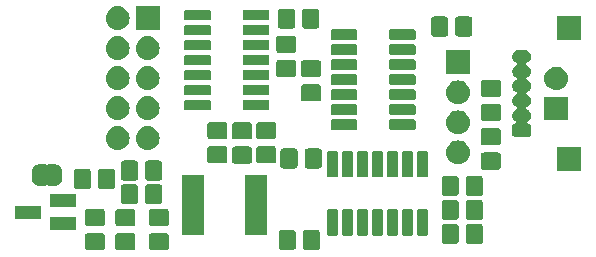
<source format=gts>
G04 #@! TF.GenerationSoftware,KiCad,Pcbnew,(5.1.4)-1*
G04 #@! TF.CreationDate,2019-12-07T17:35:06+00:00*
G04 #@! TF.ProjectId,analog,616e616c-6f67-42e6-9b69-6361645f7063,rev?*
G04 #@! TF.SameCoordinates,Original*
G04 #@! TF.FileFunction,Soldermask,Top*
G04 #@! TF.FilePolarity,Negative*
%FSLAX46Y46*%
G04 Gerber Fmt 4.6, Leading zero omitted, Abs format (unit mm)*
G04 Created by KiCad (PCBNEW (5.1.4)-1) date 2019-12-07 17:35:06*
%MOMM*%
%LPD*%
G04 APERTURE LIST*
%ADD10C,0.100000*%
G04 APERTURE END LIST*
D10*
G36*
X41948901Y-52588622D02*
G01*
X41994130Y-52602342D01*
X42035814Y-52624622D01*
X42072351Y-52654609D01*
X42102338Y-52691146D01*
X42124618Y-52732830D01*
X42138338Y-52778059D01*
X42143600Y-52831485D01*
X42143600Y-53785235D01*
X42138338Y-53838661D01*
X42124618Y-53883890D01*
X42102338Y-53925574D01*
X42072351Y-53962111D01*
X42035814Y-53992098D01*
X41994130Y-54014378D01*
X41948901Y-54028098D01*
X41895475Y-54033360D01*
X40691725Y-54033360D01*
X40638299Y-54028098D01*
X40593070Y-54014378D01*
X40551386Y-53992098D01*
X40514849Y-53962111D01*
X40484862Y-53925574D01*
X40462582Y-53883890D01*
X40448862Y-53838661D01*
X40443600Y-53785235D01*
X40443600Y-52831485D01*
X40448862Y-52778059D01*
X40462582Y-52732830D01*
X40484862Y-52691146D01*
X40514849Y-52654609D01*
X40551386Y-52624622D01*
X40593070Y-52602342D01*
X40638299Y-52588622D01*
X40691725Y-52583360D01*
X41895475Y-52583360D01*
X41948901Y-52588622D01*
X41948901Y-52588622D01*
G37*
G36*
X39116801Y-52588622D02*
G01*
X39162030Y-52602342D01*
X39203714Y-52624622D01*
X39240251Y-52654609D01*
X39270238Y-52691146D01*
X39292518Y-52732830D01*
X39306238Y-52778059D01*
X39311500Y-52831485D01*
X39311500Y-53785235D01*
X39306238Y-53838661D01*
X39292518Y-53883890D01*
X39270238Y-53925574D01*
X39240251Y-53962111D01*
X39203714Y-53992098D01*
X39162030Y-54014378D01*
X39116801Y-54028098D01*
X39063375Y-54033360D01*
X37859625Y-54033360D01*
X37806199Y-54028098D01*
X37760970Y-54014378D01*
X37719286Y-53992098D01*
X37682749Y-53962111D01*
X37652762Y-53925574D01*
X37630482Y-53883890D01*
X37616762Y-53838661D01*
X37611500Y-53785235D01*
X37611500Y-52831485D01*
X37616762Y-52778059D01*
X37630482Y-52732830D01*
X37652762Y-52691146D01*
X37682749Y-52654609D01*
X37719286Y-52624622D01*
X37760970Y-52602342D01*
X37806199Y-52588622D01*
X37859625Y-52583360D01*
X39063375Y-52583360D01*
X39116801Y-52588622D01*
X39116801Y-52588622D01*
G37*
G36*
X36526001Y-52588622D02*
G01*
X36571230Y-52602342D01*
X36612914Y-52624622D01*
X36649451Y-52654609D01*
X36679438Y-52691146D01*
X36701718Y-52732830D01*
X36715438Y-52778059D01*
X36720700Y-52831485D01*
X36720700Y-53785235D01*
X36715438Y-53838661D01*
X36701718Y-53883890D01*
X36679438Y-53925574D01*
X36649451Y-53962111D01*
X36612914Y-53992098D01*
X36571230Y-54014378D01*
X36526001Y-54028098D01*
X36472575Y-54033360D01*
X35268825Y-54033360D01*
X35215399Y-54028098D01*
X35170170Y-54014378D01*
X35128486Y-53992098D01*
X35091949Y-53962111D01*
X35061962Y-53925574D01*
X35039682Y-53883890D01*
X35025962Y-53838661D01*
X35020700Y-53785235D01*
X35020700Y-52831485D01*
X35025962Y-52778059D01*
X35039682Y-52732830D01*
X35061962Y-52691146D01*
X35091949Y-52654609D01*
X35128486Y-52624622D01*
X35170170Y-52602342D01*
X35215399Y-52588622D01*
X35268825Y-52583360D01*
X36472575Y-52583360D01*
X36526001Y-52588622D01*
X36526001Y-52588622D01*
G37*
G36*
X54736101Y-52302222D02*
G01*
X54781330Y-52315942D01*
X54823014Y-52338222D01*
X54859551Y-52368209D01*
X54889538Y-52404746D01*
X54911818Y-52446430D01*
X54925538Y-52491659D01*
X54930800Y-52545085D01*
X54930800Y-53748835D01*
X54925538Y-53802261D01*
X54911818Y-53847490D01*
X54889538Y-53889174D01*
X54859551Y-53925711D01*
X54823014Y-53955698D01*
X54781330Y-53977978D01*
X54736101Y-53991698D01*
X54682675Y-53996960D01*
X53728925Y-53996960D01*
X53675499Y-53991698D01*
X53630270Y-53977978D01*
X53588586Y-53955698D01*
X53552049Y-53925711D01*
X53522062Y-53889174D01*
X53499782Y-53847490D01*
X53486062Y-53802261D01*
X53480800Y-53748835D01*
X53480800Y-52545085D01*
X53486062Y-52491659D01*
X53499782Y-52446430D01*
X53522062Y-52404746D01*
X53552049Y-52368209D01*
X53588586Y-52338222D01*
X53630270Y-52315942D01*
X53675499Y-52302222D01*
X53728925Y-52296960D01*
X54682675Y-52296960D01*
X54736101Y-52302222D01*
X54736101Y-52302222D01*
G37*
G36*
X52686101Y-52302222D02*
G01*
X52731330Y-52315942D01*
X52773014Y-52338222D01*
X52809551Y-52368209D01*
X52839538Y-52404746D01*
X52861818Y-52446430D01*
X52875538Y-52491659D01*
X52880800Y-52545085D01*
X52880800Y-53748835D01*
X52875538Y-53802261D01*
X52861818Y-53847490D01*
X52839538Y-53889174D01*
X52809551Y-53925711D01*
X52773014Y-53955698D01*
X52731330Y-53977978D01*
X52686101Y-53991698D01*
X52632675Y-53996960D01*
X51678925Y-53996960D01*
X51625499Y-53991698D01*
X51580270Y-53977978D01*
X51538586Y-53955698D01*
X51502049Y-53925711D01*
X51472062Y-53889174D01*
X51449782Y-53847490D01*
X51436062Y-53802261D01*
X51430800Y-53748835D01*
X51430800Y-52545085D01*
X51436062Y-52491659D01*
X51449782Y-52446430D01*
X51472062Y-52404746D01*
X51502049Y-52368209D01*
X51538586Y-52338222D01*
X51580270Y-52315942D01*
X51625499Y-52302222D01*
X51678925Y-52296960D01*
X52632675Y-52296960D01*
X52686101Y-52302222D01*
X52686101Y-52302222D01*
G37*
G36*
X66478301Y-51794222D02*
G01*
X66523530Y-51807942D01*
X66565214Y-51830222D01*
X66601751Y-51860209D01*
X66631738Y-51896746D01*
X66654018Y-51938430D01*
X66667738Y-51983659D01*
X66673000Y-52037085D01*
X66673000Y-53240835D01*
X66667738Y-53294261D01*
X66654018Y-53339490D01*
X66631738Y-53381174D01*
X66601751Y-53417711D01*
X66565214Y-53447698D01*
X66523530Y-53469978D01*
X66478301Y-53483698D01*
X66424875Y-53488960D01*
X65471125Y-53488960D01*
X65417699Y-53483698D01*
X65372470Y-53469978D01*
X65330786Y-53447698D01*
X65294249Y-53417711D01*
X65264262Y-53381174D01*
X65241982Y-53339490D01*
X65228262Y-53294261D01*
X65223000Y-53240835D01*
X65223000Y-52037085D01*
X65228262Y-51983659D01*
X65241982Y-51938430D01*
X65264262Y-51896746D01*
X65294249Y-51860209D01*
X65330786Y-51830222D01*
X65372470Y-51807942D01*
X65417699Y-51794222D01*
X65471125Y-51788960D01*
X66424875Y-51788960D01*
X66478301Y-51794222D01*
X66478301Y-51794222D01*
G37*
G36*
X68528301Y-51794222D02*
G01*
X68573530Y-51807942D01*
X68615214Y-51830222D01*
X68651751Y-51860209D01*
X68681738Y-51896746D01*
X68704018Y-51938430D01*
X68717738Y-51983659D01*
X68723000Y-52037085D01*
X68723000Y-53240835D01*
X68717738Y-53294261D01*
X68704018Y-53339490D01*
X68681738Y-53381174D01*
X68651751Y-53417711D01*
X68615214Y-53447698D01*
X68573530Y-53469978D01*
X68528301Y-53483698D01*
X68474875Y-53488960D01*
X67521125Y-53488960D01*
X67467699Y-53483698D01*
X67422470Y-53469978D01*
X67380786Y-53447698D01*
X67344249Y-53417711D01*
X67314262Y-53381174D01*
X67291982Y-53339490D01*
X67278262Y-53294261D01*
X67273000Y-53240835D01*
X67273000Y-52037085D01*
X67278262Y-51983659D01*
X67291982Y-51938430D01*
X67314262Y-51896746D01*
X67344249Y-51860209D01*
X67380786Y-51830222D01*
X67422470Y-51807942D01*
X67467699Y-51794222D01*
X67521125Y-51788960D01*
X68474875Y-51788960D01*
X68528301Y-51794222D01*
X68528301Y-51794222D01*
G37*
G36*
X62671292Y-50563651D02*
G01*
X62701187Y-50572720D01*
X62728742Y-50587448D01*
X62752892Y-50607268D01*
X62772712Y-50631418D01*
X62787440Y-50658973D01*
X62796509Y-50688868D01*
X62800200Y-50726346D01*
X62800200Y-52643574D01*
X62796509Y-52681052D01*
X62787440Y-52710947D01*
X62772712Y-52738502D01*
X62752892Y-52762652D01*
X62728742Y-52782472D01*
X62701187Y-52797200D01*
X62671292Y-52806269D01*
X62633814Y-52809960D01*
X62066586Y-52809960D01*
X62029108Y-52806269D01*
X61999213Y-52797200D01*
X61971658Y-52782472D01*
X61947508Y-52762652D01*
X61927688Y-52738502D01*
X61912960Y-52710947D01*
X61903891Y-52681052D01*
X61900200Y-52643574D01*
X61900200Y-50726346D01*
X61903891Y-50688868D01*
X61912960Y-50658973D01*
X61927688Y-50631418D01*
X61947508Y-50607268D01*
X61971658Y-50587448D01*
X61999213Y-50572720D01*
X62029108Y-50563651D01*
X62066586Y-50559960D01*
X62633814Y-50559960D01*
X62671292Y-50563651D01*
X62671292Y-50563651D01*
G37*
G36*
X63941292Y-50563651D02*
G01*
X63971187Y-50572720D01*
X63998742Y-50587448D01*
X64022892Y-50607268D01*
X64042712Y-50631418D01*
X64057440Y-50658973D01*
X64066509Y-50688868D01*
X64070200Y-50726346D01*
X64070200Y-52643574D01*
X64066509Y-52681052D01*
X64057440Y-52710947D01*
X64042712Y-52738502D01*
X64022892Y-52762652D01*
X63998742Y-52782472D01*
X63971187Y-52797200D01*
X63941292Y-52806269D01*
X63903814Y-52809960D01*
X63336586Y-52809960D01*
X63299108Y-52806269D01*
X63269213Y-52797200D01*
X63241658Y-52782472D01*
X63217508Y-52762652D01*
X63197688Y-52738502D01*
X63182960Y-52710947D01*
X63173891Y-52681052D01*
X63170200Y-52643574D01*
X63170200Y-50726346D01*
X63173891Y-50688868D01*
X63182960Y-50658973D01*
X63197688Y-50631418D01*
X63217508Y-50607268D01*
X63241658Y-50587448D01*
X63269213Y-50572720D01*
X63299108Y-50563651D01*
X63336586Y-50559960D01*
X63903814Y-50559960D01*
X63941292Y-50563651D01*
X63941292Y-50563651D01*
G37*
G36*
X61401292Y-50563651D02*
G01*
X61431187Y-50572720D01*
X61458742Y-50587448D01*
X61482892Y-50607268D01*
X61502712Y-50631418D01*
X61517440Y-50658973D01*
X61526509Y-50688868D01*
X61530200Y-50726346D01*
X61530200Y-52643574D01*
X61526509Y-52681052D01*
X61517440Y-52710947D01*
X61502712Y-52738502D01*
X61482892Y-52762652D01*
X61458742Y-52782472D01*
X61431187Y-52797200D01*
X61401292Y-52806269D01*
X61363814Y-52809960D01*
X60796586Y-52809960D01*
X60759108Y-52806269D01*
X60729213Y-52797200D01*
X60701658Y-52782472D01*
X60677508Y-52762652D01*
X60657688Y-52738502D01*
X60642960Y-52710947D01*
X60633891Y-52681052D01*
X60630200Y-52643574D01*
X60630200Y-50726346D01*
X60633891Y-50688868D01*
X60642960Y-50658973D01*
X60657688Y-50631418D01*
X60677508Y-50607268D01*
X60701658Y-50587448D01*
X60729213Y-50572720D01*
X60759108Y-50563651D01*
X60796586Y-50559960D01*
X61363814Y-50559960D01*
X61401292Y-50563651D01*
X61401292Y-50563651D01*
G37*
G36*
X60131292Y-50563651D02*
G01*
X60161187Y-50572720D01*
X60188742Y-50587448D01*
X60212892Y-50607268D01*
X60232712Y-50631418D01*
X60247440Y-50658973D01*
X60256509Y-50688868D01*
X60260200Y-50726346D01*
X60260200Y-52643574D01*
X60256509Y-52681052D01*
X60247440Y-52710947D01*
X60232712Y-52738502D01*
X60212892Y-52762652D01*
X60188742Y-52782472D01*
X60161187Y-52797200D01*
X60131292Y-52806269D01*
X60093814Y-52809960D01*
X59526586Y-52809960D01*
X59489108Y-52806269D01*
X59459213Y-52797200D01*
X59431658Y-52782472D01*
X59407508Y-52762652D01*
X59387688Y-52738502D01*
X59372960Y-52710947D01*
X59363891Y-52681052D01*
X59360200Y-52643574D01*
X59360200Y-50726346D01*
X59363891Y-50688868D01*
X59372960Y-50658973D01*
X59387688Y-50631418D01*
X59407508Y-50607268D01*
X59431658Y-50587448D01*
X59459213Y-50572720D01*
X59489108Y-50563651D01*
X59526586Y-50559960D01*
X60093814Y-50559960D01*
X60131292Y-50563651D01*
X60131292Y-50563651D01*
G37*
G36*
X58861292Y-50563651D02*
G01*
X58891187Y-50572720D01*
X58918742Y-50587448D01*
X58942892Y-50607268D01*
X58962712Y-50631418D01*
X58977440Y-50658973D01*
X58986509Y-50688868D01*
X58990200Y-50726346D01*
X58990200Y-52643574D01*
X58986509Y-52681052D01*
X58977440Y-52710947D01*
X58962712Y-52738502D01*
X58942892Y-52762652D01*
X58918742Y-52782472D01*
X58891187Y-52797200D01*
X58861292Y-52806269D01*
X58823814Y-52809960D01*
X58256586Y-52809960D01*
X58219108Y-52806269D01*
X58189213Y-52797200D01*
X58161658Y-52782472D01*
X58137508Y-52762652D01*
X58117688Y-52738502D01*
X58102960Y-52710947D01*
X58093891Y-52681052D01*
X58090200Y-52643574D01*
X58090200Y-50726346D01*
X58093891Y-50688868D01*
X58102960Y-50658973D01*
X58117688Y-50631418D01*
X58137508Y-50607268D01*
X58161658Y-50587448D01*
X58189213Y-50572720D01*
X58219108Y-50563651D01*
X58256586Y-50559960D01*
X58823814Y-50559960D01*
X58861292Y-50563651D01*
X58861292Y-50563651D01*
G37*
G36*
X57591292Y-50563651D02*
G01*
X57621187Y-50572720D01*
X57648742Y-50587448D01*
X57672892Y-50607268D01*
X57692712Y-50631418D01*
X57707440Y-50658973D01*
X57716509Y-50688868D01*
X57720200Y-50726346D01*
X57720200Y-52643574D01*
X57716509Y-52681052D01*
X57707440Y-52710947D01*
X57692712Y-52738502D01*
X57672892Y-52762652D01*
X57648742Y-52782472D01*
X57621187Y-52797200D01*
X57591292Y-52806269D01*
X57553814Y-52809960D01*
X56986586Y-52809960D01*
X56949108Y-52806269D01*
X56919213Y-52797200D01*
X56891658Y-52782472D01*
X56867508Y-52762652D01*
X56847688Y-52738502D01*
X56832960Y-52710947D01*
X56823891Y-52681052D01*
X56820200Y-52643574D01*
X56820200Y-50726346D01*
X56823891Y-50688868D01*
X56832960Y-50658973D01*
X56847688Y-50631418D01*
X56867508Y-50607268D01*
X56891658Y-50587448D01*
X56919213Y-50572720D01*
X56949108Y-50563651D01*
X56986586Y-50559960D01*
X57553814Y-50559960D01*
X57591292Y-50563651D01*
X57591292Y-50563651D01*
G37*
G36*
X56321292Y-50563651D02*
G01*
X56351187Y-50572720D01*
X56378742Y-50587448D01*
X56402892Y-50607268D01*
X56422712Y-50631418D01*
X56437440Y-50658973D01*
X56446509Y-50688868D01*
X56450200Y-50726346D01*
X56450200Y-52643574D01*
X56446509Y-52681052D01*
X56437440Y-52710947D01*
X56422712Y-52738502D01*
X56402892Y-52762652D01*
X56378742Y-52782472D01*
X56351187Y-52797200D01*
X56321292Y-52806269D01*
X56283814Y-52809960D01*
X55716586Y-52809960D01*
X55679108Y-52806269D01*
X55649213Y-52797200D01*
X55621658Y-52782472D01*
X55597508Y-52762652D01*
X55577688Y-52738502D01*
X55562960Y-52710947D01*
X55553891Y-52681052D01*
X55550200Y-52643574D01*
X55550200Y-50726346D01*
X55553891Y-50688868D01*
X55562960Y-50658973D01*
X55577688Y-50631418D01*
X55597508Y-50607268D01*
X55621658Y-50587448D01*
X55649213Y-50572720D01*
X55679108Y-50563651D01*
X55716586Y-50559960D01*
X56283814Y-50559960D01*
X56321292Y-50563651D01*
X56321292Y-50563651D01*
G37*
G36*
X50460500Y-52778060D02*
G01*
X48560500Y-52778060D01*
X48560500Y-47623060D01*
X50460500Y-47623060D01*
X50460500Y-52778060D01*
X50460500Y-52778060D01*
G37*
G36*
X45151900Y-52778060D02*
G01*
X43251900Y-52778060D01*
X43251900Y-47623060D01*
X45151900Y-47623060D01*
X45151900Y-52778060D01*
X45151900Y-52778060D01*
G37*
G36*
X34292400Y-52310160D02*
G01*
X32092400Y-52310160D01*
X32092400Y-51210160D01*
X34292400Y-51210160D01*
X34292400Y-52310160D01*
X34292400Y-52310160D01*
G37*
G36*
X39116801Y-50538622D02*
G01*
X39162030Y-50552342D01*
X39203714Y-50574622D01*
X39240251Y-50604609D01*
X39270238Y-50641146D01*
X39292518Y-50682830D01*
X39306238Y-50728059D01*
X39311500Y-50781485D01*
X39311500Y-51735235D01*
X39306238Y-51788661D01*
X39292518Y-51833890D01*
X39270238Y-51875574D01*
X39240251Y-51912111D01*
X39203714Y-51942098D01*
X39162030Y-51964378D01*
X39116801Y-51978098D01*
X39063375Y-51983360D01*
X37859625Y-51983360D01*
X37806199Y-51978098D01*
X37760970Y-51964378D01*
X37719286Y-51942098D01*
X37682749Y-51912111D01*
X37652762Y-51875574D01*
X37630482Y-51833890D01*
X37616762Y-51788661D01*
X37611500Y-51735235D01*
X37611500Y-50781485D01*
X37616762Y-50728059D01*
X37630482Y-50682830D01*
X37652762Y-50641146D01*
X37682749Y-50604609D01*
X37719286Y-50574622D01*
X37760970Y-50552342D01*
X37806199Y-50538622D01*
X37859625Y-50533360D01*
X39063375Y-50533360D01*
X39116801Y-50538622D01*
X39116801Y-50538622D01*
G37*
G36*
X36526001Y-50538622D02*
G01*
X36571230Y-50552342D01*
X36612914Y-50574622D01*
X36649451Y-50604609D01*
X36679438Y-50641146D01*
X36701718Y-50682830D01*
X36715438Y-50728059D01*
X36720700Y-50781485D01*
X36720700Y-51735235D01*
X36715438Y-51788661D01*
X36701718Y-51833890D01*
X36679438Y-51875574D01*
X36649451Y-51912111D01*
X36612914Y-51942098D01*
X36571230Y-51964378D01*
X36526001Y-51978098D01*
X36472575Y-51983360D01*
X35268825Y-51983360D01*
X35215399Y-51978098D01*
X35170170Y-51964378D01*
X35128486Y-51942098D01*
X35091949Y-51912111D01*
X35061962Y-51875574D01*
X35039682Y-51833890D01*
X35025962Y-51788661D01*
X35020700Y-51735235D01*
X35020700Y-50781485D01*
X35025962Y-50728059D01*
X35039682Y-50682830D01*
X35061962Y-50641146D01*
X35091949Y-50604609D01*
X35128486Y-50574622D01*
X35170170Y-50552342D01*
X35215399Y-50538622D01*
X35268825Y-50533360D01*
X36472575Y-50533360D01*
X36526001Y-50538622D01*
X36526001Y-50538622D01*
G37*
G36*
X41948901Y-50538622D02*
G01*
X41994130Y-50552342D01*
X42035814Y-50574622D01*
X42072351Y-50604609D01*
X42102338Y-50641146D01*
X42124618Y-50682830D01*
X42138338Y-50728059D01*
X42143600Y-50781485D01*
X42143600Y-51735235D01*
X42138338Y-51788661D01*
X42124618Y-51833890D01*
X42102338Y-51875574D01*
X42072351Y-51912111D01*
X42035814Y-51942098D01*
X41994130Y-51964378D01*
X41948901Y-51978098D01*
X41895475Y-51983360D01*
X40691725Y-51983360D01*
X40638299Y-51978098D01*
X40593070Y-51964378D01*
X40551386Y-51942098D01*
X40514849Y-51912111D01*
X40484862Y-51875574D01*
X40462582Y-51833890D01*
X40448862Y-51788661D01*
X40443600Y-51735235D01*
X40443600Y-50781485D01*
X40448862Y-50728059D01*
X40462582Y-50682830D01*
X40484862Y-50641146D01*
X40514849Y-50604609D01*
X40551386Y-50574622D01*
X40593070Y-50552342D01*
X40638299Y-50538622D01*
X40691725Y-50533360D01*
X41895475Y-50533360D01*
X41948901Y-50538622D01*
X41948901Y-50538622D01*
G37*
G36*
X66478301Y-49762222D02*
G01*
X66523530Y-49775942D01*
X66565214Y-49798222D01*
X66601751Y-49828209D01*
X66631738Y-49864746D01*
X66654018Y-49906430D01*
X66667738Y-49951659D01*
X66673000Y-50005085D01*
X66673000Y-51208835D01*
X66667738Y-51262261D01*
X66654018Y-51307490D01*
X66631738Y-51349174D01*
X66601751Y-51385711D01*
X66565214Y-51415698D01*
X66523530Y-51437978D01*
X66478301Y-51451698D01*
X66424875Y-51456960D01*
X65471125Y-51456960D01*
X65417699Y-51451698D01*
X65372470Y-51437978D01*
X65330786Y-51415698D01*
X65294249Y-51385711D01*
X65264262Y-51349174D01*
X65241982Y-51307490D01*
X65228262Y-51262261D01*
X65223000Y-51208835D01*
X65223000Y-50005085D01*
X65228262Y-49951659D01*
X65241982Y-49906430D01*
X65264262Y-49864746D01*
X65294249Y-49828209D01*
X65330786Y-49798222D01*
X65372470Y-49775942D01*
X65417699Y-49762222D01*
X65471125Y-49756960D01*
X66424875Y-49756960D01*
X66478301Y-49762222D01*
X66478301Y-49762222D01*
G37*
G36*
X68528301Y-49762222D02*
G01*
X68573530Y-49775942D01*
X68615214Y-49798222D01*
X68651751Y-49828209D01*
X68681738Y-49864746D01*
X68704018Y-49906430D01*
X68717738Y-49951659D01*
X68723000Y-50005085D01*
X68723000Y-51208835D01*
X68717738Y-51262261D01*
X68704018Y-51307490D01*
X68681738Y-51349174D01*
X68651751Y-51385711D01*
X68615214Y-51415698D01*
X68573530Y-51437978D01*
X68528301Y-51451698D01*
X68474875Y-51456960D01*
X67521125Y-51456960D01*
X67467699Y-51451698D01*
X67422470Y-51437978D01*
X67380786Y-51415698D01*
X67344249Y-51385711D01*
X67314262Y-51349174D01*
X67291982Y-51307490D01*
X67278262Y-51262261D01*
X67273000Y-51208835D01*
X67273000Y-50005085D01*
X67278262Y-49951659D01*
X67291982Y-49906430D01*
X67314262Y-49864746D01*
X67344249Y-49828209D01*
X67380786Y-49798222D01*
X67422470Y-49775942D01*
X67467699Y-49762222D01*
X67521125Y-49756960D01*
X68474875Y-49756960D01*
X68528301Y-49762222D01*
X68528301Y-49762222D01*
G37*
G36*
X31292400Y-51360160D02*
G01*
X29092400Y-51360160D01*
X29092400Y-50260160D01*
X31292400Y-50260160D01*
X31292400Y-51360160D01*
X31292400Y-51360160D01*
G37*
G36*
X34292400Y-50410160D02*
G01*
X32092400Y-50410160D01*
X32092400Y-49310160D01*
X34292400Y-49310160D01*
X34292400Y-50410160D01*
X34292400Y-50410160D01*
G37*
G36*
X39325701Y-48441422D02*
G01*
X39370930Y-48455142D01*
X39412614Y-48477422D01*
X39449151Y-48507409D01*
X39479138Y-48543946D01*
X39501418Y-48585630D01*
X39515138Y-48630859D01*
X39520400Y-48684285D01*
X39520400Y-49888035D01*
X39515138Y-49941461D01*
X39501418Y-49986690D01*
X39479138Y-50028374D01*
X39449151Y-50064911D01*
X39412614Y-50094898D01*
X39370930Y-50117178D01*
X39325701Y-50130898D01*
X39272275Y-50136160D01*
X38318525Y-50136160D01*
X38265099Y-50130898D01*
X38219870Y-50117178D01*
X38178186Y-50094898D01*
X38141649Y-50064911D01*
X38111662Y-50028374D01*
X38089382Y-49986690D01*
X38075662Y-49941461D01*
X38070400Y-49888035D01*
X38070400Y-48684285D01*
X38075662Y-48630859D01*
X38089382Y-48585630D01*
X38111662Y-48543946D01*
X38141649Y-48507409D01*
X38178186Y-48477422D01*
X38219870Y-48455142D01*
X38265099Y-48441422D01*
X38318525Y-48436160D01*
X39272275Y-48436160D01*
X39325701Y-48441422D01*
X39325701Y-48441422D01*
G37*
G36*
X41375701Y-48441422D02*
G01*
X41420930Y-48455142D01*
X41462614Y-48477422D01*
X41499151Y-48507409D01*
X41529138Y-48543946D01*
X41551418Y-48585630D01*
X41565138Y-48630859D01*
X41570400Y-48684285D01*
X41570400Y-49888035D01*
X41565138Y-49941461D01*
X41551418Y-49986690D01*
X41529138Y-50028374D01*
X41499151Y-50064911D01*
X41462614Y-50094898D01*
X41420930Y-50117178D01*
X41375701Y-50130898D01*
X41322275Y-50136160D01*
X40368525Y-50136160D01*
X40315099Y-50130898D01*
X40269870Y-50117178D01*
X40228186Y-50094898D01*
X40191649Y-50064911D01*
X40161662Y-50028374D01*
X40139382Y-49986690D01*
X40125662Y-49941461D01*
X40120400Y-49888035D01*
X40120400Y-48684285D01*
X40125662Y-48630859D01*
X40139382Y-48585630D01*
X40161662Y-48543946D01*
X40191649Y-48507409D01*
X40228186Y-48477422D01*
X40269870Y-48455142D01*
X40315099Y-48441422D01*
X40368525Y-48436160D01*
X41322275Y-48436160D01*
X41375701Y-48441422D01*
X41375701Y-48441422D01*
G37*
G36*
X66478301Y-47730222D02*
G01*
X66523530Y-47743942D01*
X66565214Y-47766222D01*
X66601751Y-47796209D01*
X66631738Y-47832746D01*
X66654018Y-47874430D01*
X66667738Y-47919659D01*
X66673000Y-47973085D01*
X66673000Y-49176835D01*
X66667738Y-49230261D01*
X66654018Y-49275490D01*
X66631738Y-49317174D01*
X66601751Y-49353711D01*
X66565214Y-49383698D01*
X66523530Y-49405978D01*
X66478301Y-49419698D01*
X66424875Y-49424960D01*
X65471125Y-49424960D01*
X65417699Y-49419698D01*
X65372470Y-49405978D01*
X65330786Y-49383698D01*
X65294249Y-49353711D01*
X65264262Y-49317174D01*
X65241982Y-49275490D01*
X65228262Y-49230261D01*
X65223000Y-49176835D01*
X65223000Y-47973085D01*
X65228262Y-47919659D01*
X65241982Y-47874430D01*
X65264262Y-47832746D01*
X65294249Y-47796209D01*
X65330786Y-47766222D01*
X65372470Y-47743942D01*
X65417699Y-47730222D01*
X65471125Y-47724960D01*
X66424875Y-47724960D01*
X66478301Y-47730222D01*
X66478301Y-47730222D01*
G37*
G36*
X68528301Y-47730222D02*
G01*
X68573530Y-47743942D01*
X68615214Y-47766222D01*
X68651751Y-47796209D01*
X68681738Y-47832746D01*
X68704018Y-47874430D01*
X68717738Y-47919659D01*
X68723000Y-47973085D01*
X68723000Y-49176835D01*
X68717738Y-49230261D01*
X68704018Y-49275490D01*
X68681738Y-49317174D01*
X68651751Y-49353711D01*
X68615214Y-49383698D01*
X68573530Y-49405978D01*
X68528301Y-49419698D01*
X68474875Y-49424960D01*
X67521125Y-49424960D01*
X67467699Y-49419698D01*
X67422470Y-49405978D01*
X67380786Y-49383698D01*
X67344249Y-49353711D01*
X67314262Y-49317174D01*
X67291982Y-49275490D01*
X67278262Y-49230261D01*
X67273000Y-49176835D01*
X67273000Y-47973085D01*
X67278262Y-47919659D01*
X67291982Y-47874430D01*
X67314262Y-47832746D01*
X67344249Y-47796209D01*
X67380786Y-47766222D01*
X67422470Y-47743942D01*
X67467699Y-47730222D01*
X67521125Y-47724960D01*
X68474875Y-47724960D01*
X68528301Y-47730222D01*
X68528301Y-47730222D01*
G37*
G36*
X37387901Y-47146022D02*
G01*
X37433130Y-47159742D01*
X37474814Y-47182022D01*
X37511351Y-47212009D01*
X37541338Y-47248546D01*
X37563618Y-47290230D01*
X37577338Y-47335459D01*
X37582600Y-47388885D01*
X37582600Y-48592635D01*
X37577338Y-48646061D01*
X37563618Y-48691290D01*
X37541338Y-48732974D01*
X37511351Y-48769511D01*
X37474814Y-48799498D01*
X37433130Y-48821778D01*
X37387901Y-48835498D01*
X37334475Y-48840760D01*
X36380725Y-48840760D01*
X36327299Y-48835498D01*
X36282070Y-48821778D01*
X36240386Y-48799498D01*
X36203849Y-48769511D01*
X36173862Y-48732974D01*
X36151582Y-48691290D01*
X36137862Y-48646061D01*
X36132600Y-48592635D01*
X36132600Y-47388885D01*
X36137862Y-47335459D01*
X36151582Y-47290230D01*
X36173862Y-47248546D01*
X36203849Y-47212009D01*
X36240386Y-47182022D01*
X36282070Y-47159742D01*
X36327299Y-47146022D01*
X36380725Y-47140760D01*
X37334475Y-47140760D01*
X37387901Y-47146022D01*
X37387901Y-47146022D01*
G37*
G36*
X35337901Y-47146022D02*
G01*
X35383130Y-47159742D01*
X35424814Y-47182022D01*
X35461351Y-47212009D01*
X35491338Y-47248546D01*
X35513618Y-47290230D01*
X35527338Y-47335459D01*
X35532600Y-47388885D01*
X35532600Y-48592635D01*
X35527338Y-48646061D01*
X35513618Y-48691290D01*
X35491338Y-48732974D01*
X35461351Y-48769511D01*
X35424814Y-48799498D01*
X35383130Y-48821778D01*
X35337901Y-48835498D01*
X35284475Y-48840760D01*
X34330725Y-48840760D01*
X34277299Y-48835498D01*
X34232070Y-48821778D01*
X34190386Y-48799498D01*
X34153849Y-48769511D01*
X34123862Y-48732974D01*
X34101582Y-48691290D01*
X34087862Y-48646061D01*
X34082600Y-48592635D01*
X34082600Y-47388885D01*
X34087862Y-47335459D01*
X34101582Y-47290230D01*
X34123862Y-47248546D01*
X34153849Y-47212009D01*
X34190386Y-47182022D01*
X34232070Y-47159742D01*
X34277299Y-47146022D01*
X34330725Y-47140760D01*
X35284475Y-47140760D01*
X35337901Y-47146022D01*
X35337901Y-47146022D01*
G37*
G36*
X31698806Y-46762730D02*
G01*
X31708817Y-46765767D01*
X31727080Y-46771307D01*
X31751313Y-46784260D01*
X31758119Y-46787898D01*
X31781663Y-46797650D01*
X31806658Y-46802622D01*
X31832142Y-46802622D01*
X31857136Y-46797650D01*
X31880681Y-46787898D01*
X31887487Y-46784260D01*
X31911720Y-46771307D01*
X31929983Y-46765767D01*
X31939994Y-46762730D01*
X31975786Y-46759205D01*
X32463014Y-46759205D01*
X32481107Y-46760987D01*
X32493849Y-46761613D01*
X32512023Y-46761613D01*
X32554202Y-46765767D01*
X32637799Y-46782396D01*
X32643939Y-46784258D01*
X32643947Y-46784260D01*
X32672222Y-46792837D01*
X32672225Y-46792838D01*
X32678363Y-46794700D01*
X32757116Y-46827320D01*
X32762774Y-46830344D01*
X32762778Y-46830346D01*
X32788837Y-46844275D01*
X32788844Y-46844280D01*
X32794500Y-46847303D01*
X32865377Y-46894661D01*
X32898137Y-46921547D01*
X32958413Y-46981823D01*
X32985299Y-47014583D01*
X33032657Y-47085460D01*
X33035680Y-47091116D01*
X33035685Y-47091123D01*
X33049614Y-47117182D01*
X33049616Y-47117186D01*
X33052640Y-47122844D01*
X33085260Y-47201597D01*
X33087122Y-47207735D01*
X33087123Y-47207738D01*
X33095700Y-47236013D01*
X33095702Y-47236021D01*
X33097564Y-47242161D01*
X33114193Y-47325758D01*
X33118347Y-47367937D01*
X33118347Y-47386111D01*
X33118973Y-47398853D01*
X33120755Y-47416946D01*
X33120755Y-47904174D01*
X33118973Y-47922267D01*
X33118347Y-47935009D01*
X33118347Y-47953183D01*
X33114193Y-47995362D01*
X33097564Y-48078959D01*
X33095702Y-48085099D01*
X33095700Y-48085107D01*
X33087123Y-48113382D01*
X33085260Y-48119523D01*
X33052640Y-48198276D01*
X33049616Y-48203934D01*
X33049614Y-48203938D01*
X33035685Y-48229997D01*
X33035680Y-48230004D01*
X33032657Y-48235660D01*
X32985299Y-48306537D01*
X32958413Y-48339297D01*
X32898137Y-48399573D01*
X32865377Y-48426459D01*
X32794500Y-48473817D01*
X32788844Y-48476840D01*
X32788837Y-48476845D01*
X32762778Y-48490774D01*
X32762774Y-48490776D01*
X32757116Y-48493800D01*
X32678363Y-48526420D01*
X32672225Y-48528282D01*
X32672222Y-48528283D01*
X32643947Y-48536860D01*
X32643939Y-48536862D01*
X32637799Y-48538724D01*
X32554202Y-48555353D01*
X32512023Y-48559507D01*
X32493849Y-48559507D01*
X32481107Y-48560133D01*
X32469400Y-48561286D01*
X32463014Y-48561915D01*
X31975786Y-48561915D01*
X31939994Y-48558390D01*
X31925858Y-48554102D01*
X31911720Y-48549813D01*
X31885661Y-48535884D01*
X31885660Y-48535884D01*
X31880681Y-48533222D01*
X31857137Y-48523470D01*
X31832142Y-48518498D01*
X31806658Y-48518498D01*
X31781664Y-48523470D01*
X31758119Y-48533222D01*
X31753140Y-48535884D01*
X31753139Y-48535884D01*
X31727080Y-48549813D01*
X31712942Y-48554102D01*
X31698806Y-48558390D01*
X31663014Y-48561915D01*
X31175786Y-48561915D01*
X31157693Y-48560133D01*
X31144951Y-48559507D01*
X31126777Y-48559507D01*
X31084598Y-48555353D01*
X31001001Y-48538724D01*
X30994861Y-48536862D01*
X30994853Y-48536860D01*
X30966578Y-48528283D01*
X30966575Y-48528282D01*
X30960437Y-48526420D01*
X30881684Y-48493800D01*
X30876026Y-48490776D01*
X30876022Y-48490774D01*
X30849963Y-48476845D01*
X30849956Y-48476840D01*
X30844300Y-48473817D01*
X30773423Y-48426459D01*
X30740663Y-48399573D01*
X30680387Y-48339297D01*
X30653501Y-48306537D01*
X30606143Y-48235660D01*
X30603120Y-48230004D01*
X30603115Y-48229997D01*
X30589186Y-48203938D01*
X30589184Y-48203934D01*
X30586160Y-48198276D01*
X30553540Y-48119523D01*
X30551677Y-48113382D01*
X30543100Y-48085107D01*
X30543098Y-48085099D01*
X30541236Y-48078959D01*
X30524607Y-47995362D01*
X30520453Y-47953183D01*
X30520453Y-47935009D01*
X30519827Y-47922267D01*
X30518045Y-47904174D01*
X30518045Y-47416946D01*
X30519827Y-47398853D01*
X30520453Y-47386111D01*
X30520453Y-47367937D01*
X30524607Y-47325758D01*
X30541236Y-47242161D01*
X30543098Y-47236021D01*
X30543100Y-47236013D01*
X30551677Y-47207738D01*
X30551678Y-47207735D01*
X30553540Y-47201597D01*
X30586160Y-47122844D01*
X30589184Y-47117186D01*
X30589186Y-47117182D01*
X30603115Y-47091123D01*
X30603120Y-47091116D01*
X30606143Y-47085460D01*
X30653501Y-47014583D01*
X30680387Y-46981823D01*
X30740663Y-46921547D01*
X30773423Y-46894661D01*
X30844300Y-46847303D01*
X30849956Y-46844280D01*
X30849963Y-46844275D01*
X30876022Y-46830346D01*
X30876026Y-46830344D01*
X30881684Y-46827320D01*
X30960437Y-46794700D01*
X30966575Y-46792838D01*
X30966578Y-46792837D01*
X30994853Y-46784260D01*
X30994861Y-46784258D01*
X31001001Y-46782396D01*
X31084598Y-46765767D01*
X31126777Y-46761613D01*
X31144951Y-46761613D01*
X31157693Y-46760987D01*
X31175786Y-46759205D01*
X31663014Y-46759205D01*
X31698806Y-46762730D01*
X31698806Y-46762730D01*
G37*
G36*
X39338401Y-46434822D02*
G01*
X39383630Y-46448542D01*
X39425314Y-46470822D01*
X39461851Y-46500809D01*
X39491838Y-46537346D01*
X39514118Y-46579030D01*
X39527838Y-46624259D01*
X39533100Y-46677685D01*
X39533100Y-47881435D01*
X39527838Y-47934861D01*
X39514118Y-47980090D01*
X39491838Y-48021774D01*
X39461851Y-48058311D01*
X39425314Y-48088298D01*
X39383630Y-48110578D01*
X39338401Y-48124298D01*
X39284975Y-48129560D01*
X38331225Y-48129560D01*
X38277799Y-48124298D01*
X38232570Y-48110578D01*
X38190886Y-48088298D01*
X38154349Y-48058311D01*
X38124362Y-48021774D01*
X38102082Y-47980090D01*
X38088362Y-47934861D01*
X38083100Y-47881435D01*
X38083100Y-46677685D01*
X38088362Y-46624259D01*
X38102082Y-46579030D01*
X38124362Y-46537346D01*
X38154349Y-46500809D01*
X38190886Y-46470822D01*
X38232570Y-46448542D01*
X38277799Y-46434822D01*
X38331225Y-46429560D01*
X39284975Y-46429560D01*
X39338401Y-46434822D01*
X39338401Y-46434822D01*
G37*
G36*
X41388401Y-46434822D02*
G01*
X41433630Y-46448542D01*
X41475314Y-46470822D01*
X41511851Y-46500809D01*
X41541838Y-46537346D01*
X41564118Y-46579030D01*
X41577838Y-46624259D01*
X41583100Y-46677685D01*
X41583100Y-47881435D01*
X41577838Y-47934861D01*
X41564118Y-47980090D01*
X41541838Y-48021774D01*
X41511851Y-48058311D01*
X41475314Y-48088298D01*
X41433630Y-48110578D01*
X41388401Y-48124298D01*
X41334975Y-48129560D01*
X40381225Y-48129560D01*
X40327799Y-48124298D01*
X40282570Y-48110578D01*
X40240886Y-48088298D01*
X40204349Y-48058311D01*
X40174362Y-48021774D01*
X40152082Y-47980090D01*
X40138362Y-47934861D01*
X40133100Y-47881435D01*
X40133100Y-46677685D01*
X40138362Y-46624259D01*
X40152082Y-46579030D01*
X40174362Y-46537346D01*
X40204349Y-46500809D01*
X40240886Y-46470822D01*
X40282570Y-46448542D01*
X40327799Y-46434822D01*
X40381225Y-46429560D01*
X41334975Y-46429560D01*
X41388401Y-46434822D01*
X41388401Y-46434822D01*
G37*
G36*
X57591292Y-45613651D02*
G01*
X57621187Y-45622720D01*
X57648742Y-45637448D01*
X57672892Y-45657268D01*
X57692712Y-45681418D01*
X57707440Y-45708973D01*
X57716509Y-45738868D01*
X57720200Y-45776346D01*
X57720200Y-47693574D01*
X57716509Y-47731052D01*
X57707440Y-47760947D01*
X57692712Y-47788502D01*
X57672892Y-47812652D01*
X57648742Y-47832472D01*
X57621187Y-47847200D01*
X57591292Y-47856269D01*
X57553814Y-47859960D01*
X56986586Y-47859960D01*
X56949108Y-47856269D01*
X56919213Y-47847200D01*
X56891658Y-47832472D01*
X56867508Y-47812652D01*
X56847688Y-47788502D01*
X56832960Y-47760947D01*
X56823891Y-47731052D01*
X56820200Y-47693574D01*
X56820200Y-45776346D01*
X56823891Y-45738868D01*
X56832960Y-45708973D01*
X56847688Y-45681418D01*
X56867508Y-45657268D01*
X56891658Y-45637448D01*
X56919213Y-45622720D01*
X56949108Y-45613651D01*
X56986586Y-45609960D01*
X57553814Y-45609960D01*
X57591292Y-45613651D01*
X57591292Y-45613651D01*
G37*
G36*
X63941292Y-45613651D02*
G01*
X63971187Y-45622720D01*
X63998742Y-45637448D01*
X64022892Y-45657268D01*
X64042712Y-45681418D01*
X64057440Y-45708973D01*
X64066509Y-45738868D01*
X64070200Y-45776346D01*
X64070200Y-47693574D01*
X64066509Y-47731052D01*
X64057440Y-47760947D01*
X64042712Y-47788502D01*
X64022892Y-47812652D01*
X63998742Y-47832472D01*
X63971187Y-47847200D01*
X63941292Y-47856269D01*
X63903814Y-47859960D01*
X63336586Y-47859960D01*
X63299108Y-47856269D01*
X63269213Y-47847200D01*
X63241658Y-47832472D01*
X63217508Y-47812652D01*
X63197688Y-47788502D01*
X63182960Y-47760947D01*
X63173891Y-47731052D01*
X63170200Y-47693574D01*
X63170200Y-45776346D01*
X63173891Y-45738868D01*
X63182960Y-45708973D01*
X63197688Y-45681418D01*
X63217508Y-45657268D01*
X63241658Y-45637448D01*
X63269213Y-45622720D01*
X63299108Y-45613651D01*
X63336586Y-45609960D01*
X63903814Y-45609960D01*
X63941292Y-45613651D01*
X63941292Y-45613651D01*
G37*
G36*
X61401292Y-45613651D02*
G01*
X61431187Y-45622720D01*
X61458742Y-45637448D01*
X61482892Y-45657268D01*
X61502712Y-45681418D01*
X61517440Y-45708973D01*
X61526509Y-45738868D01*
X61530200Y-45776346D01*
X61530200Y-47693574D01*
X61526509Y-47731052D01*
X61517440Y-47760947D01*
X61502712Y-47788502D01*
X61482892Y-47812652D01*
X61458742Y-47832472D01*
X61431187Y-47847200D01*
X61401292Y-47856269D01*
X61363814Y-47859960D01*
X60796586Y-47859960D01*
X60759108Y-47856269D01*
X60729213Y-47847200D01*
X60701658Y-47832472D01*
X60677508Y-47812652D01*
X60657688Y-47788502D01*
X60642960Y-47760947D01*
X60633891Y-47731052D01*
X60630200Y-47693574D01*
X60630200Y-45776346D01*
X60633891Y-45738868D01*
X60642960Y-45708973D01*
X60657688Y-45681418D01*
X60677508Y-45657268D01*
X60701658Y-45637448D01*
X60729213Y-45622720D01*
X60759108Y-45613651D01*
X60796586Y-45609960D01*
X61363814Y-45609960D01*
X61401292Y-45613651D01*
X61401292Y-45613651D01*
G37*
G36*
X60131292Y-45613651D02*
G01*
X60161187Y-45622720D01*
X60188742Y-45637448D01*
X60212892Y-45657268D01*
X60232712Y-45681418D01*
X60247440Y-45708973D01*
X60256509Y-45738868D01*
X60260200Y-45776346D01*
X60260200Y-47693574D01*
X60256509Y-47731052D01*
X60247440Y-47760947D01*
X60232712Y-47788502D01*
X60212892Y-47812652D01*
X60188742Y-47832472D01*
X60161187Y-47847200D01*
X60131292Y-47856269D01*
X60093814Y-47859960D01*
X59526586Y-47859960D01*
X59489108Y-47856269D01*
X59459213Y-47847200D01*
X59431658Y-47832472D01*
X59407508Y-47812652D01*
X59387688Y-47788502D01*
X59372960Y-47760947D01*
X59363891Y-47731052D01*
X59360200Y-47693574D01*
X59360200Y-45776346D01*
X59363891Y-45738868D01*
X59372960Y-45708973D01*
X59387688Y-45681418D01*
X59407508Y-45657268D01*
X59431658Y-45637448D01*
X59459213Y-45622720D01*
X59489108Y-45613651D01*
X59526586Y-45609960D01*
X60093814Y-45609960D01*
X60131292Y-45613651D01*
X60131292Y-45613651D01*
G37*
G36*
X58861292Y-45613651D02*
G01*
X58891187Y-45622720D01*
X58918742Y-45637448D01*
X58942892Y-45657268D01*
X58962712Y-45681418D01*
X58977440Y-45708973D01*
X58986509Y-45738868D01*
X58990200Y-45776346D01*
X58990200Y-47693574D01*
X58986509Y-47731052D01*
X58977440Y-47760947D01*
X58962712Y-47788502D01*
X58942892Y-47812652D01*
X58918742Y-47832472D01*
X58891187Y-47847200D01*
X58861292Y-47856269D01*
X58823814Y-47859960D01*
X58256586Y-47859960D01*
X58219108Y-47856269D01*
X58189213Y-47847200D01*
X58161658Y-47832472D01*
X58137508Y-47812652D01*
X58117688Y-47788502D01*
X58102960Y-47760947D01*
X58093891Y-47731052D01*
X58090200Y-47693574D01*
X58090200Y-45776346D01*
X58093891Y-45738868D01*
X58102960Y-45708973D01*
X58117688Y-45681418D01*
X58137508Y-45657268D01*
X58161658Y-45637448D01*
X58189213Y-45622720D01*
X58219108Y-45613651D01*
X58256586Y-45609960D01*
X58823814Y-45609960D01*
X58861292Y-45613651D01*
X58861292Y-45613651D01*
G37*
G36*
X56321292Y-45613651D02*
G01*
X56351187Y-45622720D01*
X56378742Y-45637448D01*
X56402892Y-45657268D01*
X56422712Y-45681418D01*
X56437440Y-45708973D01*
X56446509Y-45738868D01*
X56450200Y-45776346D01*
X56450200Y-47693574D01*
X56446509Y-47731052D01*
X56437440Y-47760947D01*
X56422712Y-47788502D01*
X56402892Y-47812652D01*
X56378742Y-47832472D01*
X56351187Y-47847200D01*
X56321292Y-47856269D01*
X56283814Y-47859960D01*
X55716586Y-47859960D01*
X55679108Y-47856269D01*
X55649213Y-47847200D01*
X55621658Y-47832472D01*
X55597508Y-47812652D01*
X55577688Y-47788502D01*
X55562960Y-47760947D01*
X55553891Y-47731052D01*
X55550200Y-47693574D01*
X55550200Y-45776346D01*
X55553891Y-45738868D01*
X55562960Y-45708973D01*
X55577688Y-45681418D01*
X55597508Y-45657268D01*
X55621658Y-45637448D01*
X55649213Y-45622720D01*
X55679108Y-45613651D01*
X55716586Y-45609960D01*
X56283814Y-45609960D01*
X56321292Y-45613651D01*
X56321292Y-45613651D01*
G37*
G36*
X62671292Y-45613651D02*
G01*
X62701187Y-45622720D01*
X62728742Y-45637448D01*
X62752892Y-45657268D01*
X62772712Y-45681418D01*
X62787440Y-45708973D01*
X62796509Y-45738868D01*
X62800200Y-45776346D01*
X62800200Y-47693574D01*
X62796509Y-47731052D01*
X62787440Y-47760947D01*
X62772712Y-47788502D01*
X62752892Y-47812652D01*
X62728742Y-47832472D01*
X62701187Y-47847200D01*
X62671292Y-47856269D01*
X62633814Y-47859960D01*
X62066586Y-47859960D01*
X62029108Y-47856269D01*
X61999213Y-47847200D01*
X61971658Y-47832472D01*
X61947508Y-47812652D01*
X61927688Y-47788502D01*
X61912960Y-47760947D01*
X61903891Y-47731052D01*
X61900200Y-47693574D01*
X61900200Y-45776346D01*
X61903891Y-45738868D01*
X61912960Y-45708973D01*
X61927688Y-45681418D01*
X61947508Y-45657268D01*
X61971658Y-45637448D01*
X61999213Y-45622720D01*
X62029108Y-45613651D01*
X62066586Y-45609960D01*
X62633814Y-45609960D01*
X62671292Y-45613651D01*
X62671292Y-45613651D01*
G37*
G36*
X77040800Y-47314360D02*
G01*
X75040800Y-47314360D01*
X75040800Y-45314360D01*
X77040800Y-45314360D01*
X77040800Y-47314360D01*
X77040800Y-47314360D01*
G37*
G36*
X70041301Y-45756022D02*
G01*
X70086530Y-45769742D01*
X70128214Y-45792022D01*
X70164751Y-45822009D01*
X70194738Y-45858546D01*
X70217018Y-45900230D01*
X70230738Y-45945459D01*
X70236000Y-45998885D01*
X70236000Y-46952635D01*
X70230738Y-47006061D01*
X70217018Y-47051290D01*
X70194738Y-47092974D01*
X70164751Y-47129511D01*
X70128214Y-47159498D01*
X70086530Y-47181778D01*
X70041301Y-47195498D01*
X69987875Y-47200760D01*
X68784125Y-47200760D01*
X68730699Y-47195498D01*
X68685470Y-47181778D01*
X68643786Y-47159498D01*
X68607249Y-47129511D01*
X68577262Y-47092974D01*
X68554982Y-47051290D01*
X68541262Y-47006061D01*
X68536000Y-46952635D01*
X68536000Y-45998885D01*
X68541262Y-45945459D01*
X68554982Y-45900230D01*
X68577262Y-45858546D01*
X68607249Y-45822009D01*
X68643786Y-45792022D01*
X68685470Y-45769742D01*
X68730699Y-45756022D01*
X68784125Y-45750760D01*
X69987875Y-45750760D01*
X70041301Y-45756022D01*
X70041301Y-45756022D01*
G37*
G36*
X54888501Y-45418822D02*
G01*
X54933730Y-45432542D01*
X54975414Y-45454822D01*
X55011951Y-45484809D01*
X55041938Y-45521346D01*
X55064218Y-45563030D01*
X55077938Y-45608259D01*
X55083200Y-45661685D01*
X55083200Y-46865435D01*
X55077938Y-46918861D01*
X55064218Y-46964090D01*
X55041938Y-47005774D01*
X55011951Y-47042311D01*
X54975414Y-47072298D01*
X54933730Y-47094578D01*
X54888501Y-47108298D01*
X54835075Y-47113560D01*
X53881325Y-47113560D01*
X53827899Y-47108298D01*
X53782670Y-47094578D01*
X53740986Y-47072298D01*
X53704449Y-47042311D01*
X53674462Y-47005774D01*
X53652182Y-46964090D01*
X53638462Y-46918861D01*
X53633200Y-46865435D01*
X53633200Y-45661685D01*
X53638462Y-45608259D01*
X53652182Y-45563030D01*
X53674462Y-45521346D01*
X53704449Y-45484809D01*
X53740986Y-45454822D01*
X53782670Y-45432542D01*
X53827899Y-45418822D01*
X53881325Y-45413560D01*
X54835075Y-45413560D01*
X54888501Y-45418822D01*
X54888501Y-45418822D01*
G37*
G36*
X52838501Y-45418822D02*
G01*
X52883730Y-45432542D01*
X52925414Y-45454822D01*
X52961951Y-45484809D01*
X52991938Y-45521346D01*
X53014218Y-45563030D01*
X53027938Y-45608259D01*
X53033200Y-45661685D01*
X53033200Y-46865435D01*
X53027938Y-46918861D01*
X53014218Y-46964090D01*
X52991938Y-47005774D01*
X52961951Y-47042311D01*
X52925414Y-47072298D01*
X52883730Y-47094578D01*
X52838501Y-47108298D01*
X52785075Y-47113560D01*
X51831325Y-47113560D01*
X51777899Y-47108298D01*
X51732670Y-47094578D01*
X51690986Y-47072298D01*
X51654449Y-47042311D01*
X51624462Y-47005774D01*
X51602182Y-46964090D01*
X51588462Y-46918861D01*
X51583200Y-46865435D01*
X51583200Y-45661685D01*
X51588462Y-45608259D01*
X51602182Y-45563030D01*
X51624462Y-45521346D01*
X51654449Y-45484809D01*
X51690986Y-45454822D01*
X51732670Y-45432542D01*
X51777899Y-45418822D01*
X51831325Y-45413560D01*
X52785075Y-45413560D01*
X52838501Y-45418822D01*
X52838501Y-45418822D01*
G37*
G36*
X66813436Y-44744630D02*
G01*
X67001932Y-44801809D01*
X67175658Y-44894668D01*
X67327928Y-45019632D01*
X67452892Y-45171902D01*
X67545751Y-45345628D01*
X67602930Y-45534124D01*
X67622238Y-45730160D01*
X67602930Y-45926196D01*
X67545751Y-46114692D01*
X67452892Y-46288418D01*
X67327928Y-46440688D01*
X67175658Y-46565652D01*
X67001932Y-46658511D01*
X66813436Y-46715690D01*
X66666520Y-46730160D01*
X66568280Y-46730160D01*
X66421364Y-46715690D01*
X66232868Y-46658511D01*
X66059142Y-46565652D01*
X65906872Y-46440688D01*
X65781908Y-46288418D01*
X65689049Y-46114692D01*
X65631870Y-45926196D01*
X65612562Y-45730160D01*
X65631870Y-45534124D01*
X65689049Y-45345628D01*
X65781908Y-45171902D01*
X65906872Y-45019632D01*
X66059142Y-44894668D01*
X66232868Y-44801809D01*
X66421364Y-44744630D01*
X66568280Y-44730160D01*
X66666520Y-44730160D01*
X66813436Y-44744630D01*
X66813436Y-44744630D01*
G37*
G36*
X48984701Y-45248022D02*
G01*
X49029930Y-45261742D01*
X49071614Y-45284022D01*
X49108151Y-45314009D01*
X49138138Y-45350546D01*
X49160418Y-45392230D01*
X49174138Y-45437459D01*
X49179400Y-45490885D01*
X49179400Y-46444635D01*
X49174138Y-46498061D01*
X49160418Y-46543290D01*
X49138138Y-46584974D01*
X49108151Y-46621511D01*
X49071614Y-46651498D01*
X49029930Y-46673778D01*
X48984701Y-46687498D01*
X48931275Y-46692760D01*
X47727525Y-46692760D01*
X47674099Y-46687498D01*
X47628870Y-46673778D01*
X47587186Y-46651498D01*
X47550649Y-46621511D01*
X47520662Y-46584974D01*
X47498382Y-46543290D01*
X47484662Y-46498061D01*
X47479400Y-46444635D01*
X47479400Y-45490885D01*
X47484662Y-45437459D01*
X47498382Y-45392230D01*
X47520662Y-45350546D01*
X47550649Y-45314009D01*
X47587186Y-45284022D01*
X47628870Y-45261742D01*
X47674099Y-45248022D01*
X47727525Y-45242760D01*
X48931275Y-45242760D01*
X48984701Y-45248022D01*
X48984701Y-45248022D01*
G37*
G36*
X51042101Y-45231622D02*
G01*
X51087330Y-45245342D01*
X51129014Y-45267622D01*
X51165551Y-45297609D01*
X51195538Y-45334146D01*
X51217818Y-45375830D01*
X51231538Y-45421059D01*
X51236800Y-45474485D01*
X51236800Y-46428235D01*
X51231538Y-46481661D01*
X51217818Y-46526890D01*
X51195538Y-46568574D01*
X51165551Y-46605111D01*
X51129014Y-46635098D01*
X51087330Y-46657378D01*
X51042101Y-46671098D01*
X50988675Y-46676360D01*
X49784925Y-46676360D01*
X49731499Y-46671098D01*
X49686270Y-46657378D01*
X49644586Y-46635098D01*
X49608049Y-46605111D01*
X49578062Y-46568574D01*
X49555782Y-46526890D01*
X49542062Y-46481661D01*
X49536800Y-46428235D01*
X49536800Y-45474485D01*
X49542062Y-45421059D01*
X49555782Y-45375830D01*
X49578062Y-45334146D01*
X49608049Y-45297609D01*
X49644586Y-45267622D01*
X49686270Y-45245342D01*
X49731499Y-45231622D01*
X49784925Y-45226360D01*
X50988675Y-45226360D01*
X51042101Y-45231622D01*
X51042101Y-45231622D01*
G37*
G36*
X46901901Y-45222622D02*
G01*
X46947130Y-45236342D01*
X46988814Y-45258622D01*
X47025351Y-45288609D01*
X47055338Y-45325146D01*
X47077618Y-45366830D01*
X47091338Y-45412059D01*
X47096600Y-45465485D01*
X47096600Y-46419235D01*
X47091338Y-46472661D01*
X47077618Y-46517890D01*
X47055338Y-46559574D01*
X47025351Y-46596111D01*
X46988814Y-46626098D01*
X46947130Y-46648378D01*
X46901901Y-46662098D01*
X46848475Y-46667360D01*
X45644725Y-46667360D01*
X45591299Y-46662098D01*
X45546070Y-46648378D01*
X45504386Y-46626098D01*
X45467849Y-46596111D01*
X45437862Y-46559574D01*
X45415582Y-46517890D01*
X45401862Y-46472661D01*
X45396600Y-46419235D01*
X45396600Y-45465485D01*
X45401862Y-45412059D01*
X45415582Y-45366830D01*
X45437862Y-45325146D01*
X45467849Y-45288609D01*
X45504386Y-45258622D01*
X45546070Y-45236342D01*
X45591299Y-45222622D01*
X45644725Y-45217360D01*
X46848475Y-45217360D01*
X46901901Y-45222622D01*
X46901901Y-45222622D01*
G37*
G36*
X38009836Y-43550830D02*
G01*
X38198332Y-43608009D01*
X38372058Y-43700868D01*
X38524328Y-43825832D01*
X38649292Y-43978102D01*
X38742151Y-44151828D01*
X38799330Y-44340324D01*
X38818638Y-44536360D01*
X38799330Y-44732396D01*
X38742151Y-44920892D01*
X38649292Y-45094618D01*
X38524328Y-45246888D01*
X38372058Y-45371852D01*
X38198332Y-45464711D01*
X38009836Y-45521890D01*
X37862920Y-45536360D01*
X37764680Y-45536360D01*
X37617764Y-45521890D01*
X37429268Y-45464711D01*
X37255542Y-45371852D01*
X37103272Y-45246888D01*
X36978308Y-45094618D01*
X36885449Y-44920892D01*
X36828270Y-44732396D01*
X36808962Y-44536360D01*
X36828270Y-44340324D01*
X36885449Y-44151828D01*
X36978308Y-43978102D01*
X37103272Y-43825832D01*
X37255542Y-43700868D01*
X37429268Y-43608009D01*
X37617764Y-43550830D01*
X37764680Y-43536360D01*
X37862920Y-43536360D01*
X38009836Y-43550830D01*
X38009836Y-43550830D01*
G37*
G36*
X40549836Y-43550830D02*
G01*
X40738332Y-43608009D01*
X40912058Y-43700868D01*
X41064328Y-43825832D01*
X41189292Y-43978102D01*
X41282151Y-44151828D01*
X41339330Y-44340324D01*
X41358638Y-44536360D01*
X41339330Y-44732396D01*
X41282151Y-44920892D01*
X41189292Y-45094618D01*
X41064328Y-45246888D01*
X40912058Y-45371852D01*
X40738332Y-45464711D01*
X40549836Y-45521890D01*
X40402920Y-45536360D01*
X40304680Y-45536360D01*
X40157764Y-45521890D01*
X39969268Y-45464711D01*
X39795542Y-45371852D01*
X39643272Y-45246888D01*
X39518308Y-45094618D01*
X39425449Y-44920892D01*
X39368270Y-44732396D01*
X39348962Y-44536360D01*
X39368270Y-44340324D01*
X39425449Y-44151828D01*
X39518308Y-43978102D01*
X39643272Y-43825832D01*
X39795542Y-43700868D01*
X39969268Y-43608009D01*
X40157764Y-43550830D01*
X40304680Y-43536360D01*
X40402920Y-43536360D01*
X40549836Y-43550830D01*
X40549836Y-43550830D01*
G37*
G36*
X70041301Y-43706022D02*
G01*
X70086530Y-43719742D01*
X70128214Y-43742022D01*
X70164751Y-43772009D01*
X70194738Y-43808546D01*
X70217018Y-43850230D01*
X70230738Y-43895459D01*
X70236000Y-43948885D01*
X70236000Y-44902635D01*
X70230738Y-44956061D01*
X70217018Y-45001290D01*
X70194738Y-45042974D01*
X70164751Y-45079511D01*
X70128214Y-45109498D01*
X70086530Y-45131778D01*
X70041301Y-45145498D01*
X69987875Y-45150760D01*
X68784125Y-45150760D01*
X68730699Y-45145498D01*
X68685470Y-45131778D01*
X68643786Y-45109498D01*
X68607249Y-45079511D01*
X68577262Y-45042974D01*
X68554982Y-45001290D01*
X68541262Y-44956061D01*
X68536000Y-44902635D01*
X68536000Y-43948885D01*
X68541262Y-43895459D01*
X68554982Y-43850230D01*
X68577262Y-43808546D01*
X68607249Y-43772009D01*
X68643786Y-43742022D01*
X68685470Y-43719742D01*
X68730699Y-43706022D01*
X68784125Y-43700760D01*
X69987875Y-43700760D01*
X70041301Y-43706022D01*
X70041301Y-43706022D01*
G37*
G36*
X48984701Y-43198022D02*
G01*
X49029930Y-43211742D01*
X49071614Y-43234022D01*
X49108151Y-43264009D01*
X49138138Y-43300546D01*
X49160418Y-43342230D01*
X49174138Y-43387459D01*
X49179400Y-43440885D01*
X49179400Y-44394635D01*
X49174138Y-44448061D01*
X49160418Y-44493290D01*
X49138138Y-44534974D01*
X49108151Y-44571511D01*
X49071614Y-44601498D01*
X49029930Y-44623778D01*
X48984701Y-44637498D01*
X48931275Y-44642760D01*
X47727525Y-44642760D01*
X47674099Y-44637498D01*
X47628870Y-44623778D01*
X47587186Y-44601498D01*
X47550649Y-44571511D01*
X47520662Y-44534974D01*
X47498382Y-44493290D01*
X47484662Y-44448061D01*
X47479400Y-44394635D01*
X47479400Y-43440885D01*
X47484662Y-43387459D01*
X47498382Y-43342230D01*
X47520662Y-43300546D01*
X47550649Y-43264009D01*
X47587186Y-43234022D01*
X47628870Y-43211742D01*
X47674099Y-43198022D01*
X47727525Y-43192760D01*
X48931275Y-43192760D01*
X48984701Y-43198022D01*
X48984701Y-43198022D01*
G37*
G36*
X51042101Y-43181622D02*
G01*
X51087330Y-43195342D01*
X51129014Y-43217622D01*
X51165551Y-43247609D01*
X51195538Y-43284146D01*
X51217818Y-43325830D01*
X51231538Y-43371059D01*
X51236800Y-43424485D01*
X51236800Y-44378235D01*
X51231538Y-44431661D01*
X51217818Y-44476890D01*
X51195538Y-44518574D01*
X51165551Y-44555111D01*
X51129014Y-44585098D01*
X51087330Y-44607378D01*
X51042101Y-44621098D01*
X50988675Y-44626360D01*
X49784925Y-44626360D01*
X49731499Y-44621098D01*
X49686270Y-44607378D01*
X49644586Y-44585098D01*
X49608049Y-44555111D01*
X49578062Y-44518574D01*
X49555782Y-44476890D01*
X49542062Y-44431661D01*
X49536800Y-44378235D01*
X49536800Y-43424485D01*
X49542062Y-43371059D01*
X49555782Y-43325830D01*
X49578062Y-43284146D01*
X49608049Y-43247609D01*
X49644586Y-43217622D01*
X49686270Y-43195342D01*
X49731499Y-43181622D01*
X49784925Y-43176360D01*
X50988675Y-43176360D01*
X51042101Y-43181622D01*
X51042101Y-43181622D01*
G37*
G36*
X46901901Y-43172622D02*
G01*
X46947130Y-43186342D01*
X46988814Y-43208622D01*
X47025351Y-43238609D01*
X47055338Y-43275146D01*
X47077618Y-43316830D01*
X47091338Y-43362059D01*
X47096600Y-43415485D01*
X47096600Y-44369235D01*
X47091338Y-44422661D01*
X47077618Y-44467890D01*
X47055338Y-44509574D01*
X47025351Y-44546111D01*
X46988814Y-44576098D01*
X46947130Y-44598378D01*
X46901901Y-44612098D01*
X46848475Y-44617360D01*
X45644725Y-44617360D01*
X45591299Y-44612098D01*
X45546070Y-44598378D01*
X45504386Y-44576098D01*
X45467849Y-44546111D01*
X45437862Y-44509574D01*
X45415582Y-44467890D01*
X45401862Y-44422661D01*
X45396600Y-44369235D01*
X45396600Y-43415485D01*
X45401862Y-43362059D01*
X45415582Y-43316830D01*
X45437862Y-43275146D01*
X45467849Y-43238609D01*
X45504386Y-43208622D01*
X45546070Y-43186342D01*
X45591299Y-43172622D01*
X45644725Y-43167360D01*
X46848475Y-43167360D01*
X46901901Y-43172622D01*
X46901901Y-43172622D01*
G37*
G36*
X72360020Y-37074718D02*
G01*
X72463693Y-37106167D01*
X72483159Y-37116572D01*
X72559242Y-37157239D01*
X72642990Y-37225970D01*
X72711721Y-37309718D01*
X72713077Y-37312255D01*
X72762793Y-37405267D01*
X72794242Y-37508940D01*
X72804861Y-37616760D01*
X72794242Y-37724580D01*
X72762793Y-37828253D01*
X72762792Y-37828254D01*
X72711721Y-37923802D01*
X72642990Y-38007550D01*
X72559242Y-38076281D01*
X72503905Y-38105859D01*
X72464145Y-38127111D01*
X72442956Y-38141269D01*
X72424935Y-38159289D01*
X72410777Y-38180479D01*
X72401025Y-38204023D01*
X72396053Y-38229018D01*
X72396053Y-38254502D01*
X72401025Y-38279497D01*
X72410777Y-38303041D01*
X72424935Y-38324230D01*
X72442955Y-38342251D01*
X72464145Y-38356409D01*
X72559242Y-38407239D01*
X72642990Y-38475970D01*
X72711721Y-38559718D01*
X72737257Y-38607492D01*
X72762793Y-38655267D01*
X72794242Y-38758940D01*
X72804861Y-38866760D01*
X72794242Y-38974580D01*
X72762793Y-39078253D01*
X72747192Y-39107440D01*
X72711721Y-39173802D01*
X72642990Y-39257550D01*
X72559242Y-39326281D01*
X72505319Y-39355103D01*
X72464145Y-39377111D01*
X72442956Y-39391269D01*
X72424935Y-39409289D01*
X72410777Y-39430479D01*
X72401025Y-39454023D01*
X72396053Y-39479018D01*
X72396053Y-39504502D01*
X72401025Y-39529497D01*
X72410777Y-39553041D01*
X72424935Y-39574230D01*
X72442955Y-39592251D01*
X72464145Y-39606409D01*
X72559242Y-39657239D01*
X72642990Y-39725970D01*
X72711721Y-39809718D01*
X72724745Y-39834085D01*
X72762793Y-39905267D01*
X72794242Y-40008940D01*
X72804861Y-40116760D01*
X72794242Y-40224580D01*
X72762793Y-40328253D01*
X72762792Y-40328254D01*
X72711721Y-40423802D01*
X72642990Y-40507550D01*
X72559242Y-40576281D01*
X72475371Y-40621111D01*
X72464145Y-40627111D01*
X72442956Y-40641269D01*
X72424935Y-40659289D01*
X72410777Y-40680479D01*
X72401025Y-40704023D01*
X72396053Y-40729018D01*
X72396053Y-40754502D01*
X72401025Y-40779497D01*
X72410777Y-40803041D01*
X72424935Y-40824230D01*
X72442955Y-40842251D01*
X72464145Y-40856409D01*
X72475371Y-40862409D01*
X72559242Y-40907239D01*
X72642990Y-40975970D01*
X72711721Y-41059718D01*
X72721685Y-41078360D01*
X72762793Y-41155267D01*
X72794242Y-41258940D01*
X72804861Y-41366760D01*
X72794242Y-41474580D01*
X72762793Y-41578253D01*
X72737256Y-41626028D01*
X72711721Y-41673802D01*
X72642990Y-41757550D01*
X72559242Y-41826281D01*
X72506513Y-41854465D01*
X72464145Y-41877111D01*
X72442956Y-41891269D01*
X72424935Y-41909289D01*
X72410777Y-41930479D01*
X72401025Y-41954023D01*
X72396053Y-41979018D01*
X72396053Y-42004502D01*
X72401025Y-42029497D01*
X72410777Y-42053041D01*
X72424935Y-42074230D01*
X72442955Y-42092251D01*
X72464145Y-42106409D01*
X72559242Y-42157239D01*
X72602078Y-42192394D01*
X72642990Y-42225970D01*
X72711720Y-42309717D01*
X72762793Y-42405267D01*
X72794242Y-42508940D01*
X72804861Y-42616760D01*
X72794242Y-42724580D01*
X72762793Y-42828253D01*
X72757671Y-42837835D01*
X72711721Y-42923802D01*
X72642990Y-43007550D01*
X72559242Y-43076281D01*
X72559240Y-43076282D01*
X72557333Y-43077847D01*
X72540232Y-43089274D01*
X72522211Y-43107295D01*
X72508053Y-43128484D01*
X72498301Y-43152028D01*
X72493329Y-43177023D01*
X72493329Y-43202507D01*
X72498301Y-43227502D01*
X72508053Y-43251046D01*
X72522211Y-43272235D01*
X72540232Y-43290256D01*
X72561421Y-43304414D01*
X72584965Y-43314166D01*
X72609959Y-43319138D01*
X72633048Y-43321412D01*
X72672322Y-43333326D01*
X72708521Y-43352675D01*
X72740248Y-43378712D01*
X72766285Y-43410439D01*
X72785634Y-43446638D01*
X72797548Y-43485913D01*
X72802200Y-43533146D01*
X72802200Y-44200374D01*
X72797548Y-44247607D01*
X72785634Y-44286882D01*
X72766285Y-44323081D01*
X72740248Y-44354808D01*
X72708521Y-44380845D01*
X72672322Y-44400194D01*
X72633047Y-44412108D01*
X72585814Y-44416760D01*
X71418586Y-44416760D01*
X71371353Y-44412108D01*
X71332078Y-44400194D01*
X71295879Y-44380845D01*
X71264152Y-44354808D01*
X71238115Y-44323081D01*
X71218766Y-44286882D01*
X71206852Y-44247607D01*
X71202200Y-44200374D01*
X71202200Y-43533146D01*
X71206852Y-43485913D01*
X71218766Y-43446638D01*
X71238115Y-43410439D01*
X71264152Y-43378712D01*
X71295879Y-43352675D01*
X71332078Y-43333326D01*
X71371352Y-43321412D01*
X71394441Y-43319138D01*
X71419435Y-43314166D01*
X71442980Y-43304414D01*
X71464169Y-43290255D01*
X71482189Y-43272235D01*
X71496347Y-43251046D01*
X71506099Y-43227501D01*
X71511071Y-43202507D01*
X71511071Y-43177022D01*
X71506099Y-43152028D01*
X71496347Y-43128483D01*
X71482188Y-43107294D01*
X71464168Y-43089274D01*
X71447067Y-43077847D01*
X71445160Y-43076282D01*
X71445158Y-43076281D01*
X71361410Y-43007550D01*
X71292679Y-42923802D01*
X71246729Y-42837835D01*
X71241607Y-42828253D01*
X71210158Y-42724580D01*
X71199539Y-42616760D01*
X71210158Y-42508940D01*
X71241607Y-42405267D01*
X71292680Y-42309717D01*
X71361410Y-42225970D01*
X71402322Y-42192394D01*
X71445158Y-42157239D01*
X71540255Y-42106409D01*
X71561444Y-42092251D01*
X71579465Y-42074231D01*
X71593623Y-42053041D01*
X71603375Y-42029497D01*
X71608347Y-42004502D01*
X71608347Y-41979018D01*
X71603375Y-41954023D01*
X71593623Y-41930479D01*
X71579465Y-41909290D01*
X71561445Y-41891269D01*
X71540255Y-41877111D01*
X71497887Y-41854465D01*
X71445158Y-41826281D01*
X71361410Y-41757550D01*
X71292679Y-41673802D01*
X71267144Y-41626028D01*
X71241607Y-41578253D01*
X71210158Y-41474580D01*
X71199539Y-41366760D01*
X71210158Y-41258940D01*
X71241607Y-41155267D01*
X71282715Y-41078360D01*
X71292679Y-41059718D01*
X71361410Y-40975970D01*
X71445158Y-40907239D01*
X71529029Y-40862409D01*
X71540255Y-40856409D01*
X71561444Y-40842251D01*
X71579465Y-40824231D01*
X71593623Y-40803041D01*
X71603375Y-40779497D01*
X71608347Y-40754502D01*
X71608347Y-40729018D01*
X71603375Y-40704023D01*
X71593623Y-40680479D01*
X71579465Y-40659290D01*
X71561445Y-40641269D01*
X71540255Y-40627111D01*
X71529029Y-40621111D01*
X71445158Y-40576281D01*
X71361410Y-40507550D01*
X71292679Y-40423802D01*
X71241608Y-40328254D01*
X71241607Y-40328253D01*
X71210158Y-40224580D01*
X71199539Y-40116760D01*
X71210158Y-40008940D01*
X71241607Y-39905267D01*
X71279655Y-39834085D01*
X71292679Y-39809718D01*
X71361410Y-39725970D01*
X71445158Y-39657239D01*
X71540255Y-39606409D01*
X71561444Y-39592251D01*
X71579465Y-39574231D01*
X71593623Y-39553041D01*
X71603375Y-39529497D01*
X71608347Y-39504502D01*
X71608347Y-39479018D01*
X71603375Y-39454023D01*
X71593623Y-39430479D01*
X71579465Y-39409290D01*
X71561445Y-39391269D01*
X71540255Y-39377111D01*
X71499081Y-39355103D01*
X71445158Y-39326281D01*
X71361410Y-39257550D01*
X71292679Y-39173802D01*
X71257208Y-39107440D01*
X71241607Y-39078253D01*
X71210158Y-38974580D01*
X71199539Y-38866760D01*
X71210158Y-38758940D01*
X71241607Y-38655267D01*
X71267143Y-38607492D01*
X71292679Y-38559718D01*
X71361410Y-38475970D01*
X71445158Y-38407239D01*
X71540255Y-38356409D01*
X71561444Y-38342251D01*
X71579465Y-38324231D01*
X71593623Y-38303041D01*
X71603375Y-38279497D01*
X71608347Y-38254502D01*
X71608347Y-38229018D01*
X71603375Y-38204023D01*
X71593623Y-38180479D01*
X71579465Y-38159290D01*
X71561445Y-38141269D01*
X71540255Y-38127111D01*
X71500495Y-38105859D01*
X71445158Y-38076281D01*
X71361410Y-38007550D01*
X71292679Y-37923802D01*
X71241608Y-37828254D01*
X71241607Y-37828253D01*
X71210158Y-37724580D01*
X71199539Y-37616760D01*
X71210158Y-37508940D01*
X71241607Y-37405267D01*
X71291323Y-37312255D01*
X71292679Y-37309718D01*
X71361410Y-37225970D01*
X71445158Y-37157239D01*
X71521241Y-37116572D01*
X71540707Y-37106167D01*
X71644380Y-37074718D01*
X71725182Y-37066760D01*
X72279218Y-37066760D01*
X72360020Y-37074718D01*
X72360020Y-37074718D01*
G37*
G36*
X66813436Y-42204630D02*
G01*
X67001932Y-42261809D01*
X67175658Y-42354668D01*
X67327928Y-42479632D01*
X67452892Y-42631902D01*
X67545751Y-42805628D01*
X67602930Y-42994124D01*
X67622238Y-43190160D01*
X67602930Y-43386196D01*
X67545751Y-43574692D01*
X67452892Y-43748418D01*
X67327928Y-43900688D01*
X67175658Y-44025652D01*
X67001932Y-44118511D01*
X66813436Y-44175690D01*
X66666520Y-44190160D01*
X66568280Y-44190160D01*
X66421364Y-44175690D01*
X66232868Y-44118511D01*
X66059142Y-44025652D01*
X65906872Y-43900688D01*
X65781908Y-43748418D01*
X65689049Y-43574692D01*
X65631870Y-43386196D01*
X65612562Y-43190160D01*
X65631870Y-42994124D01*
X65689049Y-42805628D01*
X65781908Y-42631902D01*
X65906872Y-42479632D01*
X66059142Y-42354668D01*
X66232868Y-42261809D01*
X66421364Y-42204630D01*
X66568280Y-42190160D01*
X66666520Y-42190160D01*
X66813436Y-42204630D01*
X66813436Y-42204630D01*
G37*
G36*
X62900292Y-42947051D02*
G01*
X62930187Y-42956120D01*
X62957742Y-42970848D01*
X62981892Y-42990668D01*
X63001712Y-43014818D01*
X63016440Y-43042373D01*
X63025509Y-43072268D01*
X63029200Y-43109746D01*
X63029200Y-43676974D01*
X63025509Y-43714452D01*
X63016440Y-43744347D01*
X63001712Y-43771902D01*
X62981892Y-43796052D01*
X62957742Y-43815872D01*
X62930187Y-43830600D01*
X62900292Y-43839669D01*
X62862814Y-43843360D01*
X60945586Y-43843360D01*
X60908108Y-43839669D01*
X60878213Y-43830600D01*
X60850658Y-43815872D01*
X60826508Y-43796052D01*
X60806688Y-43771902D01*
X60791960Y-43744347D01*
X60782891Y-43714452D01*
X60779200Y-43676974D01*
X60779200Y-43109746D01*
X60782891Y-43072268D01*
X60791960Y-43042373D01*
X60806688Y-43014818D01*
X60826508Y-42990668D01*
X60850658Y-42970848D01*
X60878213Y-42956120D01*
X60908108Y-42947051D01*
X60945586Y-42943360D01*
X62862814Y-42943360D01*
X62900292Y-42947051D01*
X62900292Y-42947051D01*
G37*
G36*
X57950292Y-42947051D02*
G01*
X57980187Y-42956120D01*
X58007742Y-42970848D01*
X58031892Y-42990668D01*
X58051712Y-43014818D01*
X58066440Y-43042373D01*
X58075509Y-43072268D01*
X58079200Y-43109746D01*
X58079200Y-43676974D01*
X58075509Y-43714452D01*
X58066440Y-43744347D01*
X58051712Y-43771902D01*
X58031892Y-43796052D01*
X58007742Y-43815872D01*
X57980187Y-43830600D01*
X57950292Y-43839669D01*
X57912814Y-43843360D01*
X55995586Y-43843360D01*
X55958108Y-43839669D01*
X55928213Y-43830600D01*
X55900658Y-43815872D01*
X55876508Y-43796052D01*
X55856688Y-43771902D01*
X55841960Y-43744347D01*
X55832891Y-43714452D01*
X55829200Y-43676974D01*
X55829200Y-43109746D01*
X55832891Y-43072268D01*
X55841960Y-43042373D01*
X55856688Y-43014818D01*
X55876508Y-42990668D01*
X55900658Y-42970848D01*
X55928213Y-42956120D01*
X55958108Y-42947051D01*
X55995586Y-42943360D01*
X57912814Y-42943360D01*
X57950292Y-42947051D01*
X57950292Y-42947051D01*
G37*
G36*
X70066701Y-41641222D02*
G01*
X70111930Y-41654942D01*
X70153614Y-41677222D01*
X70190151Y-41707209D01*
X70220138Y-41743746D01*
X70242418Y-41785430D01*
X70256138Y-41830659D01*
X70261400Y-41884085D01*
X70261400Y-42837835D01*
X70256138Y-42891261D01*
X70242418Y-42936490D01*
X70220138Y-42978174D01*
X70190151Y-43014711D01*
X70153614Y-43044698D01*
X70111930Y-43066978D01*
X70066701Y-43080698D01*
X70013275Y-43085960D01*
X68809525Y-43085960D01*
X68756099Y-43080698D01*
X68710870Y-43066978D01*
X68669186Y-43044698D01*
X68632649Y-43014711D01*
X68602662Y-42978174D01*
X68580382Y-42936490D01*
X68566662Y-42891261D01*
X68561400Y-42837835D01*
X68561400Y-41884085D01*
X68566662Y-41830659D01*
X68580382Y-41785430D01*
X68602662Y-41743746D01*
X68632649Y-41707209D01*
X68669186Y-41677222D01*
X68710870Y-41654942D01*
X68756099Y-41641222D01*
X68809525Y-41635960D01*
X70013275Y-41635960D01*
X70066701Y-41641222D01*
X70066701Y-41641222D01*
G37*
G36*
X75923200Y-43021760D02*
G01*
X73923200Y-43021760D01*
X73923200Y-41021760D01*
X75923200Y-41021760D01*
X75923200Y-43021760D01*
X75923200Y-43021760D01*
G37*
G36*
X40549836Y-41010830D02*
G01*
X40738332Y-41068009D01*
X40912058Y-41160868D01*
X41064328Y-41285832D01*
X41189292Y-41438102D01*
X41282151Y-41611828D01*
X41339330Y-41800324D01*
X41358638Y-41996360D01*
X41339330Y-42192396D01*
X41282151Y-42380892D01*
X41189292Y-42554618D01*
X41064328Y-42706888D01*
X40912058Y-42831852D01*
X40738332Y-42924711D01*
X40549836Y-42981890D01*
X40402920Y-42996360D01*
X40304680Y-42996360D01*
X40157764Y-42981890D01*
X39969268Y-42924711D01*
X39795542Y-42831852D01*
X39643272Y-42706888D01*
X39518308Y-42554618D01*
X39425449Y-42380892D01*
X39368270Y-42192396D01*
X39348962Y-41996360D01*
X39368270Y-41800324D01*
X39425449Y-41611828D01*
X39518308Y-41438102D01*
X39643272Y-41285832D01*
X39795542Y-41160868D01*
X39969268Y-41068009D01*
X40157764Y-41010830D01*
X40304680Y-40996360D01*
X40402920Y-40996360D01*
X40549836Y-41010830D01*
X40549836Y-41010830D01*
G37*
G36*
X38009836Y-41010830D02*
G01*
X38198332Y-41068009D01*
X38372058Y-41160868D01*
X38524328Y-41285832D01*
X38649292Y-41438102D01*
X38742151Y-41611828D01*
X38799330Y-41800324D01*
X38818638Y-41996360D01*
X38799330Y-42192396D01*
X38742151Y-42380892D01*
X38649292Y-42554618D01*
X38524328Y-42706888D01*
X38372058Y-42831852D01*
X38198332Y-42924711D01*
X38009836Y-42981890D01*
X37862920Y-42996360D01*
X37764680Y-42996360D01*
X37617764Y-42981890D01*
X37429268Y-42924711D01*
X37255542Y-42831852D01*
X37103272Y-42706888D01*
X36978308Y-42554618D01*
X36885449Y-42380892D01*
X36828270Y-42192396D01*
X36808962Y-41996360D01*
X36828270Y-41800324D01*
X36885449Y-41611828D01*
X36978308Y-41438102D01*
X37103272Y-41285832D01*
X37255542Y-41160868D01*
X37429268Y-41068009D01*
X37617764Y-41010830D01*
X37764680Y-40996360D01*
X37862920Y-40996360D01*
X38009836Y-41010830D01*
X38009836Y-41010830D01*
G37*
G36*
X62900292Y-41677051D02*
G01*
X62930187Y-41686120D01*
X62957742Y-41700848D01*
X62981892Y-41720668D01*
X63001712Y-41744818D01*
X63016440Y-41772373D01*
X63025509Y-41802268D01*
X63029200Y-41839746D01*
X63029200Y-42406974D01*
X63025509Y-42444452D01*
X63016440Y-42474347D01*
X63001712Y-42501902D01*
X62981892Y-42526052D01*
X62957742Y-42545872D01*
X62930187Y-42560600D01*
X62900292Y-42569669D01*
X62862814Y-42573360D01*
X60945586Y-42573360D01*
X60908108Y-42569669D01*
X60878213Y-42560600D01*
X60850658Y-42545872D01*
X60826508Y-42526052D01*
X60806688Y-42501902D01*
X60791960Y-42474347D01*
X60782891Y-42444452D01*
X60779200Y-42406974D01*
X60779200Y-41839746D01*
X60782891Y-41802268D01*
X60791960Y-41772373D01*
X60806688Y-41744818D01*
X60826508Y-41720668D01*
X60850658Y-41700848D01*
X60878213Y-41686120D01*
X60908108Y-41677051D01*
X60945586Y-41673360D01*
X62862814Y-41673360D01*
X62900292Y-41677051D01*
X62900292Y-41677051D01*
G37*
G36*
X57950292Y-41677051D02*
G01*
X57980187Y-41686120D01*
X58007742Y-41700848D01*
X58031892Y-41720668D01*
X58051712Y-41744818D01*
X58066440Y-41772373D01*
X58075509Y-41802268D01*
X58079200Y-41839746D01*
X58079200Y-42406974D01*
X58075509Y-42444452D01*
X58066440Y-42474347D01*
X58051712Y-42501902D01*
X58031892Y-42526052D01*
X58007742Y-42545872D01*
X57980187Y-42560600D01*
X57950292Y-42569669D01*
X57912814Y-42573360D01*
X55995586Y-42573360D01*
X55958108Y-42569669D01*
X55928213Y-42560600D01*
X55900658Y-42545872D01*
X55876508Y-42526052D01*
X55856688Y-42501902D01*
X55841960Y-42474347D01*
X55832891Y-42444452D01*
X55829200Y-42406974D01*
X55829200Y-41839746D01*
X55832891Y-41802268D01*
X55841960Y-41772373D01*
X55856688Y-41744818D01*
X55876508Y-41720668D01*
X55900658Y-41700848D01*
X55928213Y-41686120D01*
X55958108Y-41677051D01*
X55995586Y-41673360D01*
X57912814Y-41673360D01*
X57950292Y-41677051D01*
X57950292Y-41677051D01*
G37*
G36*
X50505092Y-41296051D02*
G01*
X50534987Y-41305120D01*
X50562542Y-41319848D01*
X50586692Y-41339668D01*
X50606512Y-41363818D01*
X50621240Y-41391373D01*
X50630309Y-41421268D01*
X50634000Y-41458746D01*
X50634000Y-42025974D01*
X50630309Y-42063452D01*
X50621240Y-42093347D01*
X50606512Y-42120902D01*
X50586692Y-42145052D01*
X50562542Y-42164872D01*
X50534987Y-42179600D01*
X50505092Y-42188669D01*
X50467614Y-42192360D01*
X48550386Y-42192360D01*
X48512908Y-42188669D01*
X48483013Y-42179600D01*
X48455458Y-42164872D01*
X48431308Y-42145052D01*
X48411488Y-42120902D01*
X48396760Y-42093347D01*
X48387691Y-42063452D01*
X48384000Y-42025974D01*
X48384000Y-41458746D01*
X48387691Y-41421268D01*
X48396760Y-41391373D01*
X48411488Y-41363818D01*
X48431308Y-41339668D01*
X48455458Y-41319848D01*
X48483013Y-41305120D01*
X48512908Y-41296051D01*
X48550386Y-41292360D01*
X50467614Y-41292360D01*
X50505092Y-41296051D01*
X50505092Y-41296051D01*
G37*
G36*
X45555092Y-41296051D02*
G01*
X45584987Y-41305120D01*
X45612542Y-41319848D01*
X45636692Y-41339668D01*
X45656512Y-41363818D01*
X45671240Y-41391373D01*
X45680309Y-41421268D01*
X45684000Y-41458746D01*
X45684000Y-42025974D01*
X45680309Y-42063452D01*
X45671240Y-42093347D01*
X45656512Y-42120902D01*
X45636692Y-42145052D01*
X45612542Y-42164872D01*
X45584987Y-42179600D01*
X45555092Y-42188669D01*
X45517614Y-42192360D01*
X43600386Y-42192360D01*
X43562908Y-42188669D01*
X43533013Y-42179600D01*
X43505458Y-42164872D01*
X43481308Y-42145052D01*
X43461488Y-42120902D01*
X43446760Y-42093347D01*
X43437691Y-42063452D01*
X43434000Y-42025974D01*
X43434000Y-41458746D01*
X43437691Y-41421268D01*
X43446760Y-41391373D01*
X43461488Y-41363818D01*
X43481308Y-41339668D01*
X43505458Y-41319848D01*
X43533013Y-41305120D01*
X43562908Y-41296051D01*
X43600386Y-41292360D01*
X45517614Y-41292360D01*
X45555092Y-41296051D01*
X45555092Y-41296051D01*
G37*
G36*
X66813436Y-39664630D02*
G01*
X67001932Y-39721809D01*
X67175658Y-39814668D01*
X67327928Y-39939632D01*
X67452892Y-40091902D01*
X67545751Y-40265628D01*
X67602930Y-40454124D01*
X67622238Y-40650160D01*
X67602930Y-40846196D01*
X67545751Y-41034692D01*
X67452892Y-41208418D01*
X67327928Y-41360688D01*
X67175658Y-41485652D01*
X67001932Y-41578511D01*
X66813436Y-41635690D01*
X66666520Y-41650160D01*
X66568280Y-41650160D01*
X66421364Y-41635690D01*
X66232868Y-41578511D01*
X66059142Y-41485652D01*
X65906872Y-41360688D01*
X65781908Y-41208418D01*
X65689049Y-41034692D01*
X65631870Y-40846196D01*
X65612562Y-40650160D01*
X65631870Y-40454124D01*
X65689049Y-40265628D01*
X65781908Y-40091902D01*
X65906872Y-39939632D01*
X66059142Y-39814668D01*
X66232868Y-39721809D01*
X66421364Y-39664630D01*
X66568280Y-39650160D01*
X66666520Y-39650160D01*
X66813436Y-39664630D01*
X66813436Y-39664630D01*
G37*
G36*
X54826701Y-39990222D02*
G01*
X54871930Y-40003942D01*
X54913614Y-40026222D01*
X54950151Y-40056209D01*
X54980138Y-40092746D01*
X55002418Y-40134430D01*
X55016138Y-40179659D01*
X55021400Y-40233085D01*
X55021400Y-41186835D01*
X55016138Y-41240261D01*
X55002418Y-41285490D01*
X54980138Y-41327174D01*
X54950151Y-41363711D01*
X54913614Y-41393698D01*
X54871930Y-41415978D01*
X54826701Y-41429698D01*
X54773275Y-41434960D01*
X53569525Y-41434960D01*
X53516099Y-41429698D01*
X53470870Y-41415978D01*
X53429186Y-41393698D01*
X53392649Y-41363711D01*
X53362662Y-41327174D01*
X53340382Y-41285490D01*
X53326662Y-41240261D01*
X53321400Y-41186835D01*
X53321400Y-40233085D01*
X53326662Y-40179659D01*
X53340382Y-40134430D01*
X53362662Y-40092746D01*
X53392649Y-40056209D01*
X53429186Y-40026222D01*
X53470870Y-40003942D01*
X53516099Y-39990222D01*
X53569525Y-39984960D01*
X54773275Y-39984960D01*
X54826701Y-39990222D01*
X54826701Y-39990222D01*
G37*
G36*
X57950292Y-40407051D02*
G01*
X57980187Y-40416120D01*
X58007742Y-40430848D01*
X58031892Y-40450668D01*
X58051712Y-40474818D01*
X58066440Y-40502373D01*
X58075509Y-40532268D01*
X58079200Y-40569746D01*
X58079200Y-41136974D01*
X58075509Y-41174452D01*
X58066440Y-41204347D01*
X58051712Y-41231902D01*
X58031892Y-41256052D01*
X58007742Y-41275872D01*
X57980187Y-41290600D01*
X57950292Y-41299669D01*
X57912814Y-41303360D01*
X55995586Y-41303360D01*
X55958108Y-41299669D01*
X55928213Y-41290600D01*
X55900658Y-41275872D01*
X55876508Y-41256052D01*
X55856688Y-41231902D01*
X55841960Y-41204347D01*
X55832891Y-41174452D01*
X55829200Y-41136974D01*
X55829200Y-40569746D01*
X55832891Y-40532268D01*
X55841960Y-40502373D01*
X55856688Y-40474818D01*
X55876508Y-40450668D01*
X55900658Y-40430848D01*
X55928213Y-40416120D01*
X55958108Y-40407051D01*
X55995586Y-40403360D01*
X57912814Y-40403360D01*
X57950292Y-40407051D01*
X57950292Y-40407051D01*
G37*
G36*
X62900292Y-40407051D02*
G01*
X62930187Y-40416120D01*
X62957742Y-40430848D01*
X62981892Y-40450668D01*
X63001712Y-40474818D01*
X63016440Y-40502373D01*
X63025509Y-40532268D01*
X63029200Y-40569746D01*
X63029200Y-41136974D01*
X63025509Y-41174452D01*
X63016440Y-41204347D01*
X63001712Y-41231902D01*
X62981892Y-41256052D01*
X62957742Y-41275872D01*
X62930187Y-41290600D01*
X62900292Y-41299669D01*
X62862814Y-41303360D01*
X60945586Y-41303360D01*
X60908108Y-41299669D01*
X60878213Y-41290600D01*
X60850658Y-41275872D01*
X60826508Y-41256052D01*
X60806688Y-41231902D01*
X60791960Y-41204347D01*
X60782891Y-41174452D01*
X60779200Y-41136974D01*
X60779200Y-40569746D01*
X60782891Y-40532268D01*
X60791960Y-40502373D01*
X60806688Y-40474818D01*
X60826508Y-40450668D01*
X60850658Y-40430848D01*
X60878213Y-40416120D01*
X60908108Y-40407051D01*
X60945586Y-40403360D01*
X62862814Y-40403360D01*
X62900292Y-40407051D01*
X62900292Y-40407051D01*
G37*
G36*
X70066701Y-39591222D02*
G01*
X70111930Y-39604942D01*
X70153614Y-39627222D01*
X70190151Y-39657209D01*
X70220138Y-39693746D01*
X70242418Y-39735430D01*
X70256138Y-39780659D01*
X70261400Y-39834085D01*
X70261400Y-40787835D01*
X70256138Y-40841261D01*
X70242418Y-40886490D01*
X70220138Y-40928174D01*
X70190151Y-40964711D01*
X70153614Y-40994698D01*
X70111930Y-41016978D01*
X70066701Y-41030698D01*
X70013275Y-41035960D01*
X68809525Y-41035960D01*
X68756099Y-41030698D01*
X68710870Y-41016978D01*
X68669186Y-40994698D01*
X68632649Y-40964711D01*
X68602662Y-40928174D01*
X68580382Y-40886490D01*
X68566662Y-40841261D01*
X68561400Y-40787835D01*
X68561400Y-39834085D01*
X68566662Y-39780659D01*
X68580382Y-39735430D01*
X68602662Y-39693746D01*
X68632649Y-39657209D01*
X68669186Y-39627222D01*
X68710870Y-39604942D01*
X68756099Y-39591222D01*
X68809525Y-39585960D01*
X70013275Y-39585960D01*
X70066701Y-39591222D01*
X70066701Y-39591222D01*
G37*
G36*
X45555092Y-40026051D02*
G01*
X45584987Y-40035120D01*
X45612542Y-40049848D01*
X45636692Y-40069668D01*
X45656512Y-40093818D01*
X45671240Y-40121373D01*
X45680309Y-40151268D01*
X45684000Y-40188746D01*
X45684000Y-40755974D01*
X45680309Y-40793452D01*
X45671240Y-40823347D01*
X45656512Y-40850902D01*
X45636692Y-40875052D01*
X45612542Y-40894872D01*
X45584987Y-40909600D01*
X45555092Y-40918669D01*
X45517614Y-40922360D01*
X43600386Y-40922360D01*
X43562908Y-40918669D01*
X43533013Y-40909600D01*
X43505458Y-40894872D01*
X43481308Y-40875052D01*
X43461488Y-40850902D01*
X43446760Y-40823347D01*
X43437691Y-40793452D01*
X43434000Y-40755974D01*
X43434000Y-40188746D01*
X43437691Y-40151268D01*
X43446760Y-40121373D01*
X43461488Y-40093818D01*
X43481308Y-40069668D01*
X43505458Y-40049848D01*
X43533013Y-40035120D01*
X43562908Y-40026051D01*
X43600386Y-40022360D01*
X45517614Y-40022360D01*
X45555092Y-40026051D01*
X45555092Y-40026051D01*
G37*
G36*
X50505092Y-40026051D02*
G01*
X50534987Y-40035120D01*
X50562542Y-40049848D01*
X50586692Y-40069668D01*
X50606512Y-40093818D01*
X50621240Y-40121373D01*
X50630309Y-40151268D01*
X50634000Y-40188746D01*
X50634000Y-40755974D01*
X50630309Y-40793452D01*
X50621240Y-40823347D01*
X50606512Y-40850902D01*
X50586692Y-40875052D01*
X50562542Y-40894872D01*
X50534987Y-40909600D01*
X50505092Y-40918669D01*
X50467614Y-40922360D01*
X48550386Y-40922360D01*
X48512908Y-40918669D01*
X48483013Y-40909600D01*
X48455458Y-40894872D01*
X48431308Y-40875052D01*
X48411488Y-40850902D01*
X48396760Y-40823347D01*
X48387691Y-40793452D01*
X48384000Y-40755974D01*
X48384000Y-40188746D01*
X48387691Y-40151268D01*
X48396760Y-40121373D01*
X48411488Y-40093818D01*
X48431308Y-40069668D01*
X48455458Y-40049848D01*
X48483013Y-40035120D01*
X48512908Y-40026051D01*
X48550386Y-40022360D01*
X50467614Y-40022360D01*
X50505092Y-40026051D01*
X50505092Y-40026051D01*
G37*
G36*
X75119236Y-38496230D02*
G01*
X75307732Y-38553409D01*
X75481458Y-38646268D01*
X75633728Y-38771232D01*
X75758692Y-38923502D01*
X75851551Y-39097228D01*
X75908730Y-39285724D01*
X75928038Y-39481760D01*
X75908730Y-39677796D01*
X75851551Y-39866292D01*
X75758692Y-40040018D01*
X75633728Y-40192288D01*
X75481458Y-40317252D01*
X75307732Y-40410111D01*
X75119236Y-40467290D01*
X74972320Y-40481760D01*
X74874080Y-40481760D01*
X74727164Y-40467290D01*
X74538668Y-40410111D01*
X74364942Y-40317252D01*
X74212672Y-40192288D01*
X74087708Y-40040018D01*
X73994849Y-39866292D01*
X73937670Y-39677796D01*
X73918362Y-39481760D01*
X73937670Y-39285724D01*
X73994849Y-39097228D01*
X74087708Y-38923502D01*
X74212672Y-38771232D01*
X74364942Y-38646268D01*
X74538668Y-38553409D01*
X74727164Y-38496230D01*
X74874080Y-38481760D01*
X74972320Y-38481760D01*
X75119236Y-38496230D01*
X75119236Y-38496230D01*
G37*
G36*
X40549836Y-38470830D02*
G01*
X40738332Y-38528009D01*
X40912058Y-38620868D01*
X41064328Y-38745832D01*
X41189292Y-38898102D01*
X41282151Y-39071828D01*
X41339330Y-39260324D01*
X41358638Y-39456360D01*
X41339330Y-39652396D01*
X41282151Y-39840892D01*
X41189292Y-40014618D01*
X41064328Y-40166888D01*
X40912058Y-40291852D01*
X40738332Y-40384711D01*
X40549836Y-40441890D01*
X40402920Y-40456360D01*
X40304680Y-40456360D01*
X40157764Y-40441890D01*
X39969268Y-40384711D01*
X39795542Y-40291852D01*
X39643272Y-40166888D01*
X39518308Y-40014618D01*
X39425449Y-39840892D01*
X39368270Y-39652396D01*
X39348962Y-39456360D01*
X39368270Y-39260324D01*
X39425449Y-39071828D01*
X39518308Y-38898102D01*
X39643272Y-38745832D01*
X39795542Y-38620868D01*
X39969268Y-38528009D01*
X40157764Y-38470830D01*
X40304680Y-38456360D01*
X40402920Y-38456360D01*
X40549836Y-38470830D01*
X40549836Y-38470830D01*
G37*
G36*
X38009836Y-38470830D02*
G01*
X38198332Y-38528009D01*
X38372058Y-38620868D01*
X38524328Y-38745832D01*
X38649292Y-38898102D01*
X38742151Y-39071828D01*
X38799330Y-39260324D01*
X38818638Y-39456360D01*
X38799330Y-39652396D01*
X38742151Y-39840892D01*
X38649292Y-40014618D01*
X38524328Y-40166888D01*
X38372058Y-40291852D01*
X38198332Y-40384711D01*
X38009836Y-40441890D01*
X37862920Y-40456360D01*
X37764680Y-40456360D01*
X37617764Y-40441890D01*
X37429268Y-40384711D01*
X37255542Y-40291852D01*
X37103272Y-40166888D01*
X36978308Y-40014618D01*
X36885449Y-39840892D01*
X36828270Y-39652396D01*
X36808962Y-39456360D01*
X36828270Y-39260324D01*
X36885449Y-39071828D01*
X36978308Y-38898102D01*
X37103272Y-38745832D01*
X37255542Y-38620868D01*
X37429268Y-38528009D01*
X37617764Y-38470830D01*
X37764680Y-38456360D01*
X37862920Y-38456360D01*
X38009836Y-38470830D01*
X38009836Y-38470830D01*
G37*
G36*
X62900292Y-39137051D02*
G01*
X62930187Y-39146120D01*
X62957742Y-39160848D01*
X62981892Y-39180668D01*
X63001712Y-39204818D01*
X63016440Y-39232373D01*
X63025509Y-39262268D01*
X63029200Y-39299746D01*
X63029200Y-39866974D01*
X63025509Y-39904452D01*
X63016440Y-39934347D01*
X63001712Y-39961902D01*
X62981892Y-39986052D01*
X62957742Y-40005872D01*
X62930187Y-40020600D01*
X62900292Y-40029669D01*
X62862814Y-40033360D01*
X60945586Y-40033360D01*
X60908108Y-40029669D01*
X60878213Y-40020600D01*
X60850658Y-40005872D01*
X60826508Y-39986052D01*
X60806688Y-39961902D01*
X60791960Y-39934347D01*
X60782891Y-39904452D01*
X60779200Y-39866974D01*
X60779200Y-39299746D01*
X60782891Y-39262268D01*
X60791960Y-39232373D01*
X60806688Y-39204818D01*
X60826508Y-39180668D01*
X60850658Y-39160848D01*
X60878213Y-39146120D01*
X60908108Y-39137051D01*
X60945586Y-39133360D01*
X62862814Y-39133360D01*
X62900292Y-39137051D01*
X62900292Y-39137051D01*
G37*
G36*
X57950292Y-39137051D02*
G01*
X57980187Y-39146120D01*
X58007742Y-39160848D01*
X58031892Y-39180668D01*
X58051712Y-39204818D01*
X58066440Y-39232373D01*
X58075509Y-39262268D01*
X58079200Y-39299746D01*
X58079200Y-39866974D01*
X58075509Y-39904452D01*
X58066440Y-39934347D01*
X58051712Y-39961902D01*
X58031892Y-39986052D01*
X58007742Y-40005872D01*
X57980187Y-40020600D01*
X57950292Y-40029669D01*
X57912814Y-40033360D01*
X55995586Y-40033360D01*
X55958108Y-40029669D01*
X55928213Y-40020600D01*
X55900658Y-40005872D01*
X55876508Y-39986052D01*
X55856688Y-39961902D01*
X55841960Y-39934347D01*
X55832891Y-39904452D01*
X55829200Y-39866974D01*
X55829200Y-39299746D01*
X55832891Y-39262268D01*
X55841960Y-39232373D01*
X55856688Y-39204818D01*
X55876508Y-39180668D01*
X55900658Y-39160848D01*
X55928213Y-39146120D01*
X55958108Y-39137051D01*
X55995586Y-39133360D01*
X57912814Y-39133360D01*
X57950292Y-39137051D01*
X57950292Y-39137051D01*
G37*
G36*
X45555092Y-38756051D02*
G01*
X45584987Y-38765120D01*
X45612542Y-38779848D01*
X45636692Y-38799668D01*
X45656512Y-38823818D01*
X45671240Y-38851373D01*
X45680309Y-38881268D01*
X45684000Y-38918746D01*
X45684000Y-39485974D01*
X45680309Y-39523452D01*
X45671240Y-39553347D01*
X45656512Y-39580902D01*
X45636692Y-39605052D01*
X45612542Y-39624872D01*
X45584987Y-39639600D01*
X45555092Y-39648669D01*
X45517614Y-39652360D01*
X43600386Y-39652360D01*
X43562908Y-39648669D01*
X43533013Y-39639600D01*
X43505458Y-39624872D01*
X43481308Y-39605052D01*
X43461488Y-39580902D01*
X43446760Y-39553347D01*
X43437691Y-39523452D01*
X43434000Y-39485974D01*
X43434000Y-38918746D01*
X43437691Y-38881268D01*
X43446760Y-38851373D01*
X43461488Y-38823818D01*
X43481308Y-38799668D01*
X43505458Y-38779848D01*
X43533013Y-38765120D01*
X43562908Y-38756051D01*
X43600386Y-38752360D01*
X45517614Y-38752360D01*
X45555092Y-38756051D01*
X45555092Y-38756051D01*
G37*
G36*
X50505092Y-38756051D02*
G01*
X50534987Y-38765120D01*
X50562542Y-38779848D01*
X50586692Y-38799668D01*
X50606512Y-38823818D01*
X50621240Y-38851373D01*
X50630309Y-38881268D01*
X50634000Y-38918746D01*
X50634000Y-39485974D01*
X50630309Y-39523452D01*
X50621240Y-39553347D01*
X50606512Y-39580902D01*
X50586692Y-39605052D01*
X50562542Y-39624872D01*
X50534987Y-39639600D01*
X50505092Y-39648669D01*
X50467614Y-39652360D01*
X48550386Y-39652360D01*
X48512908Y-39648669D01*
X48483013Y-39639600D01*
X48455458Y-39624872D01*
X48431308Y-39605052D01*
X48411488Y-39580902D01*
X48396760Y-39553347D01*
X48387691Y-39523452D01*
X48384000Y-39485974D01*
X48384000Y-38918746D01*
X48387691Y-38881268D01*
X48396760Y-38851373D01*
X48411488Y-38823818D01*
X48431308Y-38799668D01*
X48455458Y-38779848D01*
X48483013Y-38765120D01*
X48512908Y-38756051D01*
X48550386Y-38752360D01*
X50467614Y-38752360D01*
X50505092Y-38756051D01*
X50505092Y-38756051D01*
G37*
G36*
X54826701Y-37940222D02*
G01*
X54871930Y-37953942D01*
X54913614Y-37976222D01*
X54950151Y-38006209D01*
X54980138Y-38042746D01*
X55002418Y-38084430D01*
X55016138Y-38129659D01*
X55021400Y-38183085D01*
X55021400Y-39136835D01*
X55016138Y-39190261D01*
X55002418Y-39235490D01*
X54980138Y-39277174D01*
X54950151Y-39313711D01*
X54913614Y-39343698D01*
X54871930Y-39365978D01*
X54826701Y-39379698D01*
X54773275Y-39384960D01*
X53569525Y-39384960D01*
X53516099Y-39379698D01*
X53470870Y-39365978D01*
X53429186Y-39343698D01*
X53392649Y-39313711D01*
X53362662Y-39277174D01*
X53340382Y-39235490D01*
X53326662Y-39190261D01*
X53321400Y-39136835D01*
X53321400Y-38183085D01*
X53326662Y-38129659D01*
X53340382Y-38084430D01*
X53362662Y-38042746D01*
X53392649Y-38006209D01*
X53429186Y-37976222D01*
X53470870Y-37953942D01*
X53516099Y-37940222D01*
X53569525Y-37934960D01*
X54773275Y-37934960D01*
X54826701Y-37940222D01*
X54826701Y-37940222D01*
G37*
G36*
X52718501Y-37916422D02*
G01*
X52763730Y-37930142D01*
X52805414Y-37952422D01*
X52841951Y-37982409D01*
X52871938Y-38018946D01*
X52894218Y-38060630D01*
X52907938Y-38105859D01*
X52913200Y-38159285D01*
X52913200Y-39113035D01*
X52907938Y-39166461D01*
X52894218Y-39211690D01*
X52871938Y-39253374D01*
X52841951Y-39289911D01*
X52805414Y-39319898D01*
X52763730Y-39342178D01*
X52718501Y-39355898D01*
X52665075Y-39361160D01*
X51461325Y-39361160D01*
X51407899Y-39355898D01*
X51362670Y-39342178D01*
X51320986Y-39319898D01*
X51284449Y-39289911D01*
X51254462Y-39253374D01*
X51232182Y-39211690D01*
X51218462Y-39166461D01*
X51213200Y-39113035D01*
X51213200Y-38159285D01*
X51218462Y-38105859D01*
X51232182Y-38060630D01*
X51254462Y-38018946D01*
X51284449Y-37982409D01*
X51320986Y-37952422D01*
X51362670Y-37930142D01*
X51407899Y-37916422D01*
X51461325Y-37911160D01*
X52665075Y-37911160D01*
X52718501Y-37916422D01*
X52718501Y-37916422D01*
G37*
G36*
X67617400Y-39110160D02*
G01*
X65617400Y-39110160D01*
X65617400Y-37110160D01*
X67617400Y-37110160D01*
X67617400Y-39110160D01*
X67617400Y-39110160D01*
G37*
G36*
X62900292Y-37867051D02*
G01*
X62930187Y-37876120D01*
X62957742Y-37890848D01*
X62981892Y-37910668D01*
X63001712Y-37934818D01*
X63016440Y-37962373D01*
X63025509Y-37992268D01*
X63029200Y-38029746D01*
X63029200Y-38596974D01*
X63025509Y-38634452D01*
X63016440Y-38664347D01*
X63001712Y-38691902D01*
X62981892Y-38716052D01*
X62957742Y-38735872D01*
X62930187Y-38750600D01*
X62900292Y-38759669D01*
X62862814Y-38763360D01*
X60945586Y-38763360D01*
X60908108Y-38759669D01*
X60878213Y-38750600D01*
X60850658Y-38735872D01*
X60826508Y-38716052D01*
X60806688Y-38691902D01*
X60791960Y-38664347D01*
X60782891Y-38634452D01*
X60779200Y-38596974D01*
X60779200Y-38029746D01*
X60782891Y-37992268D01*
X60791960Y-37962373D01*
X60806688Y-37934818D01*
X60826508Y-37910668D01*
X60850658Y-37890848D01*
X60878213Y-37876120D01*
X60908108Y-37867051D01*
X60945586Y-37863360D01*
X62862814Y-37863360D01*
X62900292Y-37867051D01*
X62900292Y-37867051D01*
G37*
G36*
X57950292Y-37867051D02*
G01*
X57980187Y-37876120D01*
X58007742Y-37890848D01*
X58031892Y-37910668D01*
X58051712Y-37934818D01*
X58066440Y-37962373D01*
X58075509Y-37992268D01*
X58079200Y-38029746D01*
X58079200Y-38596974D01*
X58075509Y-38634452D01*
X58066440Y-38664347D01*
X58051712Y-38691902D01*
X58031892Y-38716052D01*
X58007742Y-38735872D01*
X57980187Y-38750600D01*
X57950292Y-38759669D01*
X57912814Y-38763360D01*
X55995586Y-38763360D01*
X55958108Y-38759669D01*
X55928213Y-38750600D01*
X55900658Y-38735872D01*
X55876508Y-38716052D01*
X55856688Y-38691902D01*
X55841960Y-38664347D01*
X55832891Y-38634452D01*
X55829200Y-38596974D01*
X55829200Y-38029746D01*
X55832891Y-37992268D01*
X55841960Y-37962373D01*
X55856688Y-37934818D01*
X55876508Y-37910668D01*
X55900658Y-37890848D01*
X55928213Y-37876120D01*
X55958108Y-37867051D01*
X55995586Y-37863360D01*
X57912814Y-37863360D01*
X57950292Y-37867051D01*
X57950292Y-37867051D01*
G37*
G36*
X50505092Y-37486051D02*
G01*
X50534987Y-37495120D01*
X50562542Y-37509848D01*
X50586692Y-37529668D01*
X50606512Y-37553818D01*
X50621240Y-37581373D01*
X50630309Y-37611268D01*
X50634000Y-37648746D01*
X50634000Y-38215974D01*
X50630309Y-38253452D01*
X50621240Y-38283347D01*
X50606512Y-38310902D01*
X50586692Y-38335052D01*
X50562542Y-38354872D01*
X50534987Y-38369600D01*
X50505092Y-38378669D01*
X50467614Y-38382360D01*
X48550386Y-38382360D01*
X48512908Y-38378669D01*
X48483013Y-38369600D01*
X48455458Y-38354872D01*
X48431308Y-38335052D01*
X48411488Y-38310902D01*
X48396760Y-38283347D01*
X48387691Y-38253452D01*
X48384000Y-38215974D01*
X48384000Y-37648746D01*
X48387691Y-37611268D01*
X48396760Y-37581373D01*
X48411488Y-37553818D01*
X48431308Y-37529668D01*
X48455458Y-37509848D01*
X48483013Y-37495120D01*
X48512908Y-37486051D01*
X48550386Y-37482360D01*
X50467614Y-37482360D01*
X50505092Y-37486051D01*
X50505092Y-37486051D01*
G37*
G36*
X45555092Y-37486051D02*
G01*
X45584987Y-37495120D01*
X45612542Y-37509848D01*
X45636692Y-37529668D01*
X45656512Y-37553818D01*
X45671240Y-37581373D01*
X45680309Y-37611268D01*
X45684000Y-37648746D01*
X45684000Y-38215974D01*
X45680309Y-38253452D01*
X45671240Y-38283347D01*
X45656512Y-38310902D01*
X45636692Y-38335052D01*
X45612542Y-38354872D01*
X45584987Y-38369600D01*
X45555092Y-38378669D01*
X45517614Y-38382360D01*
X43600386Y-38382360D01*
X43562908Y-38378669D01*
X43533013Y-38369600D01*
X43505458Y-38354872D01*
X43481308Y-38335052D01*
X43461488Y-38310902D01*
X43446760Y-38283347D01*
X43437691Y-38253452D01*
X43434000Y-38215974D01*
X43434000Y-37648746D01*
X43437691Y-37611268D01*
X43446760Y-37581373D01*
X43461488Y-37553818D01*
X43481308Y-37529668D01*
X43505458Y-37509848D01*
X43533013Y-37495120D01*
X43562908Y-37486051D01*
X43600386Y-37482360D01*
X45517614Y-37482360D01*
X45555092Y-37486051D01*
X45555092Y-37486051D01*
G37*
G36*
X38009836Y-35930830D02*
G01*
X38198332Y-35988009D01*
X38372058Y-36080868D01*
X38524328Y-36205832D01*
X38649292Y-36358102D01*
X38742151Y-36531828D01*
X38799330Y-36720324D01*
X38818638Y-36916360D01*
X38799330Y-37112396D01*
X38742151Y-37300892D01*
X38649292Y-37474618D01*
X38524328Y-37626888D01*
X38372058Y-37751852D01*
X38198332Y-37844711D01*
X38009836Y-37901890D01*
X37862920Y-37916360D01*
X37764680Y-37916360D01*
X37617764Y-37901890D01*
X37429268Y-37844711D01*
X37255542Y-37751852D01*
X37103272Y-37626888D01*
X36978308Y-37474618D01*
X36885449Y-37300892D01*
X36828270Y-37112396D01*
X36808962Y-36916360D01*
X36828270Y-36720324D01*
X36885449Y-36531828D01*
X36978308Y-36358102D01*
X37103272Y-36205832D01*
X37255542Y-36080868D01*
X37429268Y-35988009D01*
X37617764Y-35930830D01*
X37764680Y-35916360D01*
X37862920Y-35916360D01*
X38009836Y-35930830D01*
X38009836Y-35930830D01*
G37*
G36*
X40549836Y-35930830D02*
G01*
X40738332Y-35988009D01*
X40912058Y-36080868D01*
X41064328Y-36205832D01*
X41189292Y-36358102D01*
X41282151Y-36531828D01*
X41339330Y-36720324D01*
X41358638Y-36916360D01*
X41339330Y-37112396D01*
X41282151Y-37300892D01*
X41189292Y-37474618D01*
X41064328Y-37626888D01*
X40912058Y-37751852D01*
X40738332Y-37844711D01*
X40549836Y-37901890D01*
X40402920Y-37916360D01*
X40304680Y-37916360D01*
X40157764Y-37901890D01*
X39969268Y-37844711D01*
X39795542Y-37751852D01*
X39643272Y-37626888D01*
X39518308Y-37474618D01*
X39425449Y-37300892D01*
X39368270Y-37112396D01*
X39348962Y-36916360D01*
X39368270Y-36720324D01*
X39425449Y-36531828D01*
X39518308Y-36358102D01*
X39643272Y-36205832D01*
X39795542Y-36080868D01*
X39969268Y-35988009D01*
X40157764Y-35930830D01*
X40304680Y-35916360D01*
X40402920Y-35916360D01*
X40549836Y-35930830D01*
X40549836Y-35930830D01*
G37*
G36*
X62900292Y-36597051D02*
G01*
X62930187Y-36606120D01*
X62957742Y-36620848D01*
X62981892Y-36640668D01*
X63001712Y-36664818D01*
X63016440Y-36692373D01*
X63025509Y-36722268D01*
X63029200Y-36759746D01*
X63029200Y-37326974D01*
X63025509Y-37364452D01*
X63016440Y-37394347D01*
X63001712Y-37421902D01*
X62981892Y-37446052D01*
X62957742Y-37465872D01*
X62930187Y-37480600D01*
X62900292Y-37489669D01*
X62862814Y-37493360D01*
X60945586Y-37493360D01*
X60908108Y-37489669D01*
X60878213Y-37480600D01*
X60850658Y-37465872D01*
X60826508Y-37446052D01*
X60806688Y-37421902D01*
X60791960Y-37394347D01*
X60782891Y-37364452D01*
X60779200Y-37326974D01*
X60779200Y-36759746D01*
X60782891Y-36722268D01*
X60791960Y-36692373D01*
X60806688Y-36664818D01*
X60826508Y-36640668D01*
X60850658Y-36620848D01*
X60878213Y-36606120D01*
X60908108Y-36597051D01*
X60945586Y-36593360D01*
X62862814Y-36593360D01*
X62900292Y-36597051D01*
X62900292Y-36597051D01*
G37*
G36*
X57950292Y-36597051D02*
G01*
X57980187Y-36606120D01*
X58007742Y-36620848D01*
X58031892Y-36640668D01*
X58051712Y-36664818D01*
X58066440Y-36692373D01*
X58075509Y-36722268D01*
X58079200Y-36759746D01*
X58079200Y-37326974D01*
X58075509Y-37364452D01*
X58066440Y-37394347D01*
X58051712Y-37421902D01*
X58031892Y-37446052D01*
X58007742Y-37465872D01*
X57980187Y-37480600D01*
X57950292Y-37489669D01*
X57912814Y-37493360D01*
X55995586Y-37493360D01*
X55958108Y-37489669D01*
X55928213Y-37480600D01*
X55900658Y-37465872D01*
X55876508Y-37446052D01*
X55856688Y-37421902D01*
X55841960Y-37394347D01*
X55832891Y-37364452D01*
X55829200Y-37326974D01*
X55829200Y-36759746D01*
X55832891Y-36722268D01*
X55841960Y-36692373D01*
X55856688Y-36664818D01*
X55876508Y-36640668D01*
X55900658Y-36620848D01*
X55928213Y-36606120D01*
X55958108Y-36597051D01*
X55995586Y-36593360D01*
X57912814Y-36593360D01*
X57950292Y-36597051D01*
X57950292Y-36597051D01*
G37*
G36*
X52718501Y-35866422D02*
G01*
X52763730Y-35880142D01*
X52805414Y-35902422D01*
X52841951Y-35932409D01*
X52871938Y-35968946D01*
X52894218Y-36010630D01*
X52907938Y-36055859D01*
X52913200Y-36109285D01*
X52913200Y-37063035D01*
X52907938Y-37116461D01*
X52894218Y-37161690D01*
X52871938Y-37203374D01*
X52841951Y-37239911D01*
X52805414Y-37269898D01*
X52763730Y-37292178D01*
X52718501Y-37305898D01*
X52665075Y-37311160D01*
X51461325Y-37311160D01*
X51407899Y-37305898D01*
X51362670Y-37292178D01*
X51320986Y-37269898D01*
X51284449Y-37239911D01*
X51254462Y-37203374D01*
X51232182Y-37161690D01*
X51218462Y-37116461D01*
X51213200Y-37063035D01*
X51213200Y-36109285D01*
X51218462Y-36055859D01*
X51232182Y-36010630D01*
X51254462Y-35968946D01*
X51284449Y-35932409D01*
X51320986Y-35902422D01*
X51362670Y-35880142D01*
X51407899Y-35866422D01*
X51461325Y-35861160D01*
X52665075Y-35861160D01*
X52718501Y-35866422D01*
X52718501Y-35866422D01*
G37*
G36*
X50505092Y-36216051D02*
G01*
X50534987Y-36225120D01*
X50562542Y-36239848D01*
X50586692Y-36259668D01*
X50606512Y-36283818D01*
X50621240Y-36311373D01*
X50630309Y-36341268D01*
X50634000Y-36378746D01*
X50634000Y-36945974D01*
X50630309Y-36983452D01*
X50621240Y-37013347D01*
X50606512Y-37040902D01*
X50586692Y-37065052D01*
X50562542Y-37084872D01*
X50534987Y-37099600D01*
X50505092Y-37108669D01*
X50467614Y-37112360D01*
X48550386Y-37112360D01*
X48512908Y-37108669D01*
X48483013Y-37099600D01*
X48455458Y-37084872D01*
X48431308Y-37065052D01*
X48411488Y-37040902D01*
X48396760Y-37013347D01*
X48387691Y-36983452D01*
X48384000Y-36945974D01*
X48384000Y-36378746D01*
X48387691Y-36341268D01*
X48396760Y-36311373D01*
X48411488Y-36283818D01*
X48431308Y-36259668D01*
X48455458Y-36239848D01*
X48483013Y-36225120D01*
X48512908Y-36216051D01*
X48550386Y-36212360D01*
X50467614Y-36212360D01*
X50505092Y-36216051D01*
X50505092Y-36216051D01*
G37*
G36*
X45555092Y-36216051D02*
G01*
X45584987Y-36225120D01*
X45612542Y-36239848D01*
X45636692Y-36259668D01*
X45656512Y-36283818D01*
X45671240Y-36311373D01*
X45680309Y-36341268D01*
X45684000Y-36378746D01*
X45684000Y-36945974D01*
X45680309Y-36983452D01*
X45671240Y-37013347D01*
X45656512Y-37040902D01*
X45636692Y-37065052D01*
X45612542Y-37084872D01*
X45584987Y-37099600D01*
X45555092Y-37108669D01*
X45517614Y-37112360D01*
X43600386Y-37112360D01*
X43562908Y-37108669D01*
X43533013Y-37099600D01*
X43505458Y-37084872D01*
X43481308Y-37065052D01*
X43461488Y-37040902D01*
X43446760Y-37013347D01*
X43437691Y-36983452D01*
X43434000Y-36945974D01*
X43434000Y-36378746D01*
X43437691Y-36341268D01*
X43446760Y-36311373D01*
X43461488Y-36283818D01*
X43481308Y-36259668D01*
X43505458Y-36239848D01*
X43533013Y-36225120D01*
X43562908Y-36216051D01*
X43600386Y-36212360D01*
X45517614Y-36212360D01*
X45555092Y-36216051D01*
X45555092Y-36216051D01*
G37*
G36*
X57950292Y-35327051D02*
G01*
X57980187Y-35336120D01*
X58007742Y-35350848D01*
X58031892Y-35370668D01*
X58051712Y-35394818D01*
X58066440Y-35422373D01*
X58075509Y-35452268D01*
X58079200Y-35489746D01*
X58079200Y-36056974D01*
X58075509Y-36094452D01*
X58066440Y-36124347D01*
X58051712Y-36151902D01*
X58031892Y-36176052D01*
X58007742Y-36195872D01*
X57980187Y-36210600D01*
X57950292Y-36219669D01*
X57912814Y-36223360D01*
X55995586Y-36223360D01*
X55958108Y-36219669D01*
X55928213Y-36210600D01*
X55900658Y-36195872D01*
X55876508Y-36176052D01*
X55856688Y-36151902D01*
X55841960Y-36124347D01*
X55832891Y-36094452D01*
X55829200Y-36056974D01*
X55829200Y-35489746D01*
X55832891Y-35452268D01*
X55841960Y-35422373D01*
X55856688Y-35394818D01*
X55876508Y-35370668D01*
X55900658Y-35350848D01*
X55928213Y-35336120D01*
X55958108Y-35327051D01*
X55995586Y-35323360D01*
X57912814Y-35323360D01*
X57950292Y-35327051D01*
X57950292Y-35327051D01*
G37*
G36*
X62900292Y-35327051D02*
G01*
X62930187Y-35336120D01*
X62957742Y-35350848D01*
X62981892Y-35370668D01*
X63001712Y-35394818D01*
X63016440Y-35422373D01*
X63025509Y-35452268D01*
X63029200Y-35489746D01*
X63029200Y-36056974D01*
X63025509Y-36094452D01*
X63016440Y-36124347D01*
X63001712Y-36151902D01*
X62981892Y-36176052D01*
X62957742Y-36195872D01*
X62930187Y-36210600D01*
X62900292Y-36219669D01*
X62862814Y-36223360D01*
X60945586Y-36223360D01*
X60908108Y-36219669D01*
X60878213Y-36210600D01*
X60850658Y-36195872D01*
X60826508Y-36176052D01*
X60806688Y-36151902D01*
X60791960Y-36124347D01*
X60782891Y-36094452D01*
X60779200Y-36056974D01*
X60779200Y-35489746D01*
X60782891Y-35452268D01*
X60791960Y-35422373D01*
X60806688Y-35394818D01*
X60826508Y-35370668D01*
X60850658Y-35350848D01*
X60878213Y-35336120D01*
X60908108Y-35327051D01*
X60945586Y-35323360D01*
X62862814Y-35323360D01*
X62900292Y-35327051D01*
X62900292Y-35327051D01*
G37*
G36*
X77040800Y-36189160D02*
G01*
X75040800Y-36189160D01*
X75040800Y-34189160D01*
X77040800Y-34189160D01*
X77040800Y-36189160D01*
X77040800Y-36189160D01*
G37*
G36*
X67639301Y-34242822D02*
G01*
X67684530Y-34256542D01*
X67726214Y-34278822D01*
X67762751Y-34308809D01*
X67792738Y-34345346D01*
X67815018Y-34387030D01*
X67828738Y-34432259D01*
X67834000Y-34485685D01*
X67834000Y-35689435D01*
X67828738Y-35742861D01*
X67815018Y-35788090D01*
X67792738Y-35829774D01*
X67762751Y-35866311D01*
X67726214Y-35896298D01*
X67684530Y-35918578D01*
X67639301Y-35932298D01*
X67585875Y-35937560D01*
X66632125Y-35937560D01*
X66578699Y-35932298D01*
X66533470Y-35918578D01*
X66491786Y-35896298D01*
X66455249Y-35866311D01*
X66425262Y-35829774D01*
X66402982Y-35788090D01*
X66389262Y-35742861D01*
X66384000Y-35689435D01*
X66384000Y-34485685D01*
X66389262Y-34432259D01*
X66402982Y-34387030D01*
X66425262Y-34345346D01*
X66455249Y-34308809D01*
X66491786Y-34278822D01*
X66533470Y-34256542D01*
X66578699Y-34242822D01*
X66632125Y-34237560D01*
X67585875Y-34237560D01*
X67639301Y-34242822D01*
X67639301Y-34242822D01*
G37*
G36*
X65589301Y-34242822D02*
G01*
X65634530Y-34256542D01*
X65676214Y-34278822D01*
X65712751Y-34308809D01*
X65742738Y-34345346D01*
X65765018Y-34387030D01*
X65778738Y-34432259D01*
X65784000Y-34485685D01*
X65784000Y-35689435D01*
X65778738Y-35742861D01*
X65765018Y-35788090D01*
X65742738Y-35829774D01*
X65712751Y-35866311D01*
X65676214Y-35896298D01*
X65634530Y-35918578D01*
X65589301Y-35932298D01*
X65535875Y-35937560D01*
X64582125Y-35937560D01*
X64528699Y-35932298D01*
X64483470Y-35918578D01*
X64441786Y-35896298D01*
X64405249Y-35866311D01*
X64375262Y-35829774D01*
X64352982Y-35788090D01*
X64339262Y-35742861D01*
X64334000Y-35689435D01*
X64334000Y-34485685D01*
X64339262Y-34432259D01*
X64352982Y-34387030D01*
X64375262Y-34345346D01*
X64405249Y-34308809D01*
X64441786Y-34278822D01*
X64483470Y-34256542D01*
X64528699Y-34242822D01*
X64582125Y-34237560D01*
X65535875Y-34237560D01*
X65589301Y-34242822D01*
X65589301Y-34242822D01*
G37*
G36*
X50505092Y-34946051D02*
G01*
X50534987Y-34955120D01*
X50562542Y-34969848D01*
X50586692Y-34989668D01*
X50606512Y-35013818D01*
X50621240Y-35041373D01*
X50630309Y-35071268D01*
X50634000Y-35108746D01*
X50634000Y-35675974D01*
X50630309Y-35713452D01*
X50621240Y-35743347D01*
X50606512Y-35770902D01*
X50586692Y-35795052D01*
X50562542Y-35814872D01*
X50534987Y-35829600D01*
X50505092Y-35838669D01*
X50467614Y-35842360D01*
X48550386Y-35842360D01*
X48512908Y-35838669D01*
X48483013Y-35829600D01*
X48455458Y-35814872D01*
X48431308Y-35795052D01*
X48411488Y-35770902D01*
X48396760Y-35743347D01*
X48387691Y-35713452D01*
X48384000Y-35675974D01*
X48384000Y-35108746D01*
X48387691Y-35071268D01*
X48396760Y-35041373D01*
X48411488Y-35013818D01*
X48431308Y-34989668D01*
X48455458Y-34969848D01*
X48483013Y-34955120D01*
X48512908Y-34946051D01*
X48550386Y-34942360D01*
X50467614Y-34942360D01*
X50505092Y-34946051D01*
X50505092Y-34946051D01*
G37*
G36*
X45555092Y-34946051D02*
G01*
X45584987Y-34955120D01*
X45612542Y-34969848D01*
X45636692Y-34989668D01*
X45656512Y-35013818D01*
X45671240Y-35041373D01*
X45680309Y-35071268D01*
X45684000Y-35108746D01*
X45684000Y-35675974D01*
X45680309Y-35713452D01*
X45671240Y-35743347D01*
X45656512Y-35770902D01*
X45636692Y-35795052D01*
X45612542Y-35814872D01*
X45584987Y-35829600D01*
X45555092Y-35838669D01*
X45517614Y-35842360D01*
X43600386Y-35842360D01*
X43562908Y-35838669D01*
X43533013Y-35829600D01*
X43505458Y-35814872D01*
X43481308Y-35795052D01*
X43461488Y-35770902D01*
X43446760Y-35743347D01*
X43437691Y-35713452D01*
X43434000Y-35675974D01*
X43434000Y-35108746D01*
X43437691Y-35071268D01*
X43446760Y-35041373D01*
X43461488Y-35013818D01*
X43481308Y-34989668D01*
X43505458Y-34969848D01*
X43533013Y-34955120D01*
X43562908Y-34946051D01*
X43600386Y-34942360D01*
X45517614Y-34942360D01*
X45555092Y-34946051D01*
X45555092Y-34946051D01*
G37*
G36*
X38009836Y-33390830D02*
G01*
X38198332Y-33448009D01*
X38372058Y-33540868D01*
X38524328Y-33665832D01*
X38649292Y-33818102D01*
X38742151Y-33991828D01*
X38799330Y-34180324D01*
X38818638Y-34376360D01*
X38799330Y-34572396D01*
X38742151Y-34760892D01*
X38649292Y-34934618D01*
X38524328Y-35086888D01*
X38372058Y-35211852D01*
X38198332Y-35304711D01*
X38009836Y-35361890D01*
X37862920Y-35376360D01*
X37764680Y-35376360D01*
X37617764Y-35361890D01*
X37429268Y-35304711D01*
X37255542Y-35211852D01*
X37103272Y-35086888D01*
X36978308Y-34934618D01*
X36885449Y-34760892D01*
X36828270Y-34572396D01*
X36808962Y-34376360D01*
X36828270Y-34180324D01*
X36885449Y-33991828D01*
X36978308Y-33818102D01*
X37103272Y-33665832D01*
X37255542Y-33540868D01*
X37429268Y-33448009D01*
X37617764Y-33390830D01*
X37764680Y-33376360D01*
X37862920Y-33376360D01*
X38009836Y-33390830D01*
X38009836Y-33390830D01*
G37*
G36*
X41353800Y-35376360D02*
G01*
X39353800Y-35376360D01*
X39353800Y-33376360D01*
X41353800Y-33376360D01*
X41353800Y-35376360D01*
X41353800Y-35376360D01*
G37*
G36*
X52622601Y-33569722D02*
G01*
X52667830Y-33583442D01*
X52709514Y-33605722D01*
X52746051Y-33635709D01*
X52776038Y-33672246D01*
X52798318Y-33713930D01*
X52812038Y-33759159D01*
X52817300Y-33812585D01*
X52817300Y-35016335D01*
X52812038Y-35069761D01*
X52798318Y-35114990D01*
X52776038Y-35156674D01*
X52746051Y-35193211D01*
X52709514Y-35223198D01*
X52667830Y-35245478D01*
X52622601Y-35259198D01*
X52569175Y-35264460D01*
X51615425Y-35264460D01*
X51561999Y-35259198D01*
X51516770Y-35245478D01*
X51475086Y-35223198D01*
X51438549Y-35193211D01*
X51408562Y-35156674D01*
X51386282Y-35114990D01*
X51372562Y-35069761D01*
X51367300Y-35016335D01*
X51367300Y-33812585D01*
X51372562Y-33759159D01*
X51386282Y-33713930D01*
X51408562Y-33672246D01*
X51438549Y-33635709D01*
X51475086Y-33605722D01*
X51516770Y-33583442D01*
X51561999Y-33569722D01*
X51615425Y-33564460D01*
X52569175Y-33564460D01*
X52622601Y-33569722D01*
X52622601Y-33569722D01*
G37*
G36*
X54672601Y-33569722D02*
G01*
X54717830Y-33583442D01*
X54759514Y-33605722D01*
X54796051Y-33635709D01*
X54826038Y-33672246D01*
X54848318Y-33713930D01*
X54862038Y-33759159D01*
X54867300Y-33812585D01*
X54867300Y-35016335D01*
X54862038Y-35069761D01*
X54848318Y-35114990D01*
X54826038Y-35156674D01*
X54796051Y-35193211D01*
X54759514Y-35223198D01*
X54717830Y-35245478D01*
X54672601Y-35259198D01*
X54619175Y-35264460D01*
X53665425Y-35264460D01*
X53611999Y-35259198D01*
X53566770Y-35245478D01*
X53525086Y-35223198D01*
X53488549Y-35193211D01*
X53458562Y-35156674D01*
X53436282Y-35114990D01*
X53422562Y-35069761D01*
X53417300Y-35016335D01*
X53417300Y-33812585D01*
X53422562Y-33759159D01*
X53436282Y-33713930D01*
X53458562Y-33672246D01*
X53488549Y-33635709D01*
X53525086Y-33605722D01*
X53566770Y-33583442D01*
X53611999Y-33569722D01*
X53665425Y-33564460D01*
X54619175Y-33564460D01*
X54672601Y-33569722D01*
X54672601Y-33569722D01*
G37*
G36*
X45555092Y-33676051D02*
G01*
X45584987Y-33685120D01*
X45612542Y-33699848D01*
X45636692Y-33719668D01*
X45656512Y-33743818D01*
X45671240Y-33771373D01*
X45680309Y-33801268D01*
X45684000Y-33838746D01*
X45684000Y-34405974D01*
X45680309Y-34443452D01*
X45671240Y-34473347D01*
X45656512Y-34500902D01*
X45636692Y-34525052D01*
X45612542Y-34544872D01*
X45584987Y-34559600D01*
X45555092Y-34568669D01*
X45517614Y-34572360D01*
X43600386Y-34572360D01*
X43562908Y-34568669D01*
X43533013Y-34559600D01*
X43505458Y-34544872D01*
X43481308Y-34525052D01*
X43461488Y-34500902D01*
X43446760Y-34473347D01*
X43437691Y-34443452D01*
X43434000Y-34405974D01*
X43434000Y-33838746D01*
X43437691Y-33801268D01*
X43446760Y-33771373D01*
X43461488Y-33743818D01*
X43481308Y-33719668D01*
X43505458Y-33699848D01*
X43533013Y-33685120D01*
X43562908Y-33676051D01*
X43600386Y-33672360D01*
X45517614Y-33672360D01*
X45555092Y-33676051D01*
X45555092Y-33676051D01*
G37*
G36*
X50505092Y-33676051D02*
G01*
X50534987Y-33685120D01*
X50562542Y-33699848D01*
X50586692Y-33719668D01*
X50606512Y-33743818D01*
X50621240Y-33771373D01*
X50630309Y-33801268D01*
X50634000Y-33838746D01*
X50634000Y-34405974D01*
X50630309Y-34443452D01*
X50621240Y-34473347D01*
X50606512Y-34500902D01*
X50586692Y-34525052D01*
X50562542Y-34544872D01*
X50534987Y-34559600D01*
X50505092Y-34568669D01*
X50467614Y-34572360D01*
X48550386Y-34572360D01*
X48512908Y-34568669D01*
X48483013Y-34559600D01*
X48455458Y-34544872D01*
X48431308Y-34525052D01*
X48411488Y-34500902D01*
X48396760Y-34473347D01*
X48387691Y-34443452D01*
X48384000Y-34405974D01*
X48384000Y-33838746D01*
X48387691Y-33801268D01*
X48396760Y-33771373D01*
X48411488Y-33743818D01*
X48431308Y-33719668D01*
X48455458Y-33699848D01*
X48483013Y-33685120D01*
X48512908Y-33676051D01*
X48550386Y-33672360D01*
X50467614Y-33672360D01*
X50505092Y-33676051D01*
X50505092Y-33676051D01*
G37*
M02*

</source>
